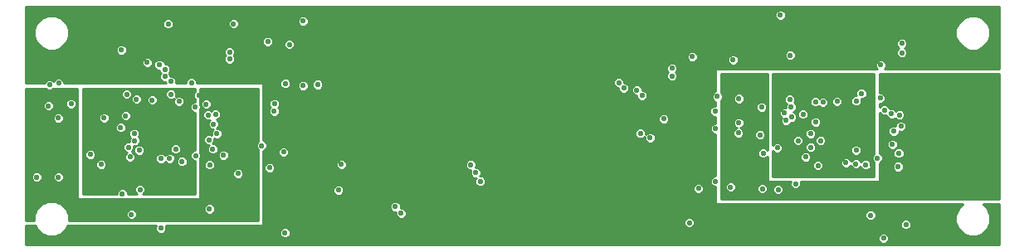
<source format=gbr>
G04 #@! TF.GenerationSoftware,KiCad,Pcbnew,5.0.2+dfsg1-1~bpo9+1*
G04 #@! TF.CreationDate,2019-10-09T09:51:35+02:00*
G04 #@! TF.ProjectId,OV9281-Dual-Camera-Board-Rev.1.1,4f563932-3831-42d4-9475-616c2d43616d,rev?*
G04 #@! TF.SameCoordinates,Original*
G04 #@! TF.FileFunction,Copper,L2,Inr*
G04 #@! TF.FilePolarity,Positive*
%FSLAX46Y46*%
G04 Gerber Fmt 4.6, Leading zero omitted, Abs format (unit mm)*
G04 Created by KiCad (PCBNEW 5.0.2+dfsg1-1~bpo9+1) date Wed 09 Oct 2019 09:51:35 AM CEST*
%MOMM*%
%LPD*%
G01*
G04 APERTURE LIST*
G04 #@! TA.AperFunction,ViaPad*
%ADD10C,0.550000*%
G04 #@! TD*
G04 #@! TA.AperFunction,Conductor*
%ADD11C,0.254000*%
G04 #@! TD*
G04 APERTURE END LIST*
D10*
G04 #@! TO.N,GND*
X184028000Y-123590000D03*
X108802500Y-106680000D03*
X111252500Y-102386000D03*
X120402500Y-104536000D03*
X112002500Y-119010990D03*
X128102500Y-114036000D03*
X158252500Y-121136000D03*
X156752500Y-121136000D03*
X155252500Y-121136000D03*
X153752500Y-121086000D03*
X149252500Y-120986000D03*
X147752500Y-120986000D03*
X179128000Y-121240000D03*
X169552500Y-109986000D03*
X180202500Y-105136000D03*
X178352504Y-121686000D03*
X187852500Y-121586000D03*
X185752500Y-104986006D03*
X119302500Y-123136000D03*
X112452502Y-107986000D03*
X108250000Y-123750000D03*
X111150000Y-121550000D03*
X111150000Y-123850000D03*
G04 #@! TO.N,+3V3*
X119102500Y-120986000D03*
X126802500Y-123436000D03*
X138052500Y-120736000D03*
X138652500Y-121436000D03*
X190152500Y-122586000D03*
X168052500Y-122385998D03*
X186552500Y-121636000D03*
X128652500Y-108386000D03*
X114152500Y-122936000D03*
X121552500Y-102086000D03*
X128652500Y-101786000D03*
X114900000Y-102100000D03*
X187880000Y-123990000D03*
G04 #@! TO.N,+2V8*
X126652500Y-115186000D03*
X173102511Y-112185989D03*
G04 #@! TO.N,+1V8*
X112752500Y-106034577D03*
X110102500Y-104736000D03*
X189752500Y-105036000D03*
X168352500Y-105436000D03*
X187602494Y-106286000D03*
X126852500Y-108186000D03*
X117252500Y-108086000D03*
X130152500Y-108286000D03*
X189752492Y-104086000D03*
X102786456Y-108319956D03*
X172525000Y-105750000D03*
G04 #@! TO.N,+1V2*
X175502500Y-118936000D03*
X170752498Y-118186000D03*
X103684998Y-117750000D03*
X101470000Y-117750000D03*
X172280000Y-118760000D03*
X177120000Y-119000000D03*
G04 #@! TO.N,/CAM_L_D1_P*
X166300000Y-106610000D03*
G04 #@! TO.N,/CAM_L_D1_N*
X166300000Y-107400000D03*
G04 #@! TO.N,/CAM_R_D1_N*
X121160000Y-104950000D03*
G04 #@! TO.N,/CAM_R_D1_P*
X121170000Y-105670000D03*
G04 #@! TO.N,/CAM_L_CLK_P*
X161380000Y-108630000D03*
G04 #@! TO.N,/CAM_L_CLK_N*
X160860000Y-108090000D03*
G04 #@! TO.N,/CAM_R_CLK_N*
X114580000Y-107470000D03*
G04 #@! TO.N,/CAM_R_CLK_P*
X115160000Y-107960000D03*
G04 #@! TO.N,/CAM_L_D0_N*
X162710000Y-108860000D03*
G04 #@! TO.N,/CAM_L_D0_P*
X163230000Y-109400000D03*
G04 #@! TO.N,/CAM_R_D0_N*
X113990000Y-106270000D03*
G04 #@! TO.N,/CAM_R_D0_P*
X114570000Y-106760000D03*
G04 #@! TO.N,/CAM_RST*
X146252500Y-117286000D03*
X165460000Y-111780000D03*
G04 #@! TO.N,/M1_DOVDD*
X183140000Y-110020000D03*
X185619792Y-109207262D03*
X179652500Y-111324036D03*
X187268724Y-115785996D03*
X179937771Y-115671263D03*
X175452500Y-110586000D03*
X178300000Y-109800000D03*
X178462497Y-110572533D03*
X177775528Y-111199472D03*
G04 #@! TO.N,/M1_AGND*
X187752500Y-111586000D03*
X188190000Y-113320000D03*
X191727500Y-109986000D03*
X191727500Y-111786000D03*
X191727500Y-113586000D03*
X191727500Y-115286000D03*
X191727500Y-117086000D03*
X182152500Y-119186000D03*
X188652500Y-109186000D03*
X186187490Y-119180009D03*
X175525000Y-114175000D03*
X177925000Y-111950000D03*
X175425000Y-109875000D03*
G04 #@! TO.N,/M1_DVDD*
X181460000Y-114020000D03*
X188921426Y-113033159D03*
X185102283Y-109972274D03*
X187544926Y-109679941D03*
X185052500Y-116386002D03*
X181177496Y-116561004D03*
X181700000Y-110100000D03*
X178900000Y-118430000D03*
X189430000Y-115300000D03*
G04 #@! TO.N,/M1_AVDD*
X187952500Y-110886000D03*
X179150000Y-114025000D03*
X189352512Y-116668488D03*
X180452500Y-113286000D03*
X177050000Y-114750021D03*
G04 #@! TO.N,/M1_DGND*
X186752500Y-116486000D03*
X182071338Y-116583081D03*
X183552500Y-114885998D03*
X181252500Y-115185994D03*
X181152504Y-110986000D03*
X182752500Y-116586000D03*
X182447084Y-109938373D03*
X177890000Y-116486000D03*
X177030000Y-109840000D03*
G04 #@! TO.N,/M1_VN3*
X188702520Y-111286000D03*
G04 #@! TO.N,/M1_VH*
X189502500Y-111386000D03*
G04 #@! TO.N,/M1_CAM_SCL_1V8*
X180452500Y-114686000D03*
X175600000Y-115300000D03*
X125700000Y-111000000D03*
G04 #@! TO.N,/M1_VN2*
X189652500Y-112536004D03*
G04 #@! TO.N,/M1_SID*
X180948720Y-112112280D03*
X178500000Y-111600000D03*
X173124998Y-109725000D03*
G04 #@! TO.N,/M1_MCLK*
X180927508Y-110061008D03*
G04 #@! TO.N,/M1_PVDD*
X186052500Y-116486000D03*
G04 #@! TO.N,/M1_VN1*
X188780210Y-114396532D03*
G04 #@! TO.N,/M1_VSYNC_1V8*
X170752500Y-112786000D03*
X173080000Y-113220000D03*
G04 #@! TO.N,/CAM_NRST_1V8*
X125052500Y-103886000D03*
X185077495Y-114986000D03*
G04 #@! TO.N,/M1_CAM_SDA_1V8*
X184052500Y-116285998D03*
X169000000Y-118900004D03*
X125750000Y-110250000D03*
X132575000Y-116450000D03*
X132275000Y-119075000D03*
G04 #@! TO.N,/M2_DOVDD*
X113262500Y-109866000D03*
X115992500Y-109996000D03*
X110052500Y-112686000D03*
X108352500Y-111686000D03*
X110852500Y-114686000D03*
X117703594Y-115540094D03*
X110652500Y-109286000D03*
X102675000Y-110450000D03*
X103675000Y-111700000D03*
X105000000Y-110250000D03*
G04 #@! TO.N,/M2_AGND*
X122652500Y-118386000D03*
X118482500Y-113276000D03*
X123052500Y-109885992D03*
X118052500Y-109386000D03*
X119352500Y-109586000D03*
X120350000Y-109360000D03*
X103025000Y-113050000D03*
X121800000Y-111800000D03*
X121750000Y-113325000D03*
X121700000Y-114950000D03*
X102275000Y-113850000D03*
G04 #@! TO.N,/M2_DVDD*
X111462500Y-114020000D03*
X119872500Y-113286000D03*
X111652500Y-109786000D03*
X118752500Y-110286000D03*
X115170706Y-109267794D03*
X111952500Y-114986000D03*
X115046165Y-115835990D03*
X110210000Y-119440000D03*
X120520000Y-115490000D03*
G04 #@! TO.N,/M2_AVDD*
X111442500Y-113290000D03*
X119126000Y-116486002D03*
X117652500Y-110586008D03*
X106950000Y-115425000D03*
X108050000Y-116450000D03*
G04 #@! TO.N,/M2_DGND*
X112471751Y-109936215D03*
X114952500Y-118986000D03*
X113552500Y-118986000D03*
X106952496Y-117886000D03*
X108352500Y-118086000D03*
X117052500Y-118486000D03*
X117062500Y-115986000D03*
X111456145Y-110782590D03*
X106750000Y-108900000D03*
X113152500Y-114986000D03*
X109175010Y-109591632D03*
X108075000Y-110000000D03*
G04 #@! TO.N,/M2_VN3*
X118952500Y-111386000D03*
G04 #@! TO.N,/M2_VH*
X119713500Y-111325000D03*
G04 #@! TO.N,/M2_CAM_SCL_1V8*
X111002500Y-115686000D03*
G04 #@! TO.N,/M2_VN2*
X119500000Y-112325000D03*
G04 #@! TO.N,/M2_SID*
X103725000Y-108150000D03*
G04 #@! TO.N,/M2_MCLK_M*
X110562500Y-111476000D03*
X177352500Y-101186000D03*
X178352500Y-105286000D03*
G04 #@! TO.N,/M2_PVDD*
X116281200Y-116155991D03*
G04 #@! TO.N,/M2_VN1*
X119042500Y-113926000D03*
G04 #@! TO.N,/M2_VSYNC_1V8*
X127252500Y-104186000D03*
X124430000Y-114510000D03*
G04 #@! TO.N,/M2_CAM_SDA_1V8*
X114152498Y-115835990D03*
G04 #@! TO.N,/M2_VSYNC*
X145752500Y-116486000D03*
X163070000Y-113279998D03*
G04 #@! TO.N,/M1_VSYNC*
X164065647Y-113709265D03*
X146749671Y-118180010D03*
G04 #@! TO.N,/CAM_RST_1V8*
X170710000Y-111000000D03*
X170900000Y-109500000D03*
G04 #@! TO.N,/M1_VSYNC_1V8_M*
X175280000Y-113420000D03*
X125240000Y-116790000D03*
G04 #@! TO.N,/M2_VSYNC_1V8_M*
X115652500Y-114886000D03*
X119452500Y-114886000D03*
X122020000Y-117380000D03*
G04 #@! TD*
D11*
G04 #@! TO.N,/M2_DGND*
G36*
X117625500Y-109032354D02*
X117584537Y-109073317D01*
X117500500Y-109276200D01*
X117500500Y-109495800D01*
X117584537Y-109698683D01*
X117625500Y-109739646D01*
X117625500Y-110034008D01*
X117542700Y-110034008D01*
X117339817Y-110118045D01*
X117184537Y-110273325D01*
X117100500Y-110476208D01*
X117100500Y-110695808D01*
X117184537Y-110898691D01*
X117339817Y-111053971D01*
X117542700Y-111138008D01*
X117625500Y-111138008D01*
X117625500Y-114988094D01*
X117593794Y-114988094D01*
X117390911Y-115072131D01*
X117235631Y-115227411D01*
X117151594Y-115430294D01*
X117151594Y-115649894D01*
X117235631Y-115852777D01*
X117390911Y-116008057D01*
X117593794Y-116092094D01*
X117625500Y-116092094D01*
X117625500Y-119459000D01*
X112335136Y-119459000D01*
X112470463Y-119323673D01*
X112554500Y-119120790D01*
X112554500Y-118901190D01*
X112470463Y-118698307D01*
X112315183Y-118543027D01*
X112112300Y-118458990D01*
X111892700Y-118458990D01*
X111689817Y-118543027D01*
X111534537Y-118698307D01*
X111450500Y-118901190D01*
X111450500Y-119120790D01*
X111534537Y-119323673D01*
X111669864Y-119459000D01*
X110762000Y-119459000D01*
X110762000Y-119330200D01*
X110677963Y-119127317D01*
X110522683Y-118972037D01*
X110319800Y-118888000D01*
X110100200Y-118888000D01*
X109897317Y-118972037D01*
X109742037Y-119127317D01*
X109658000Y-119330200D01*
X109658000Y-119459000D01*
X106179500Y-119459000D01*
X106179500Y-116340200D01*
X107498000Y-116340200D01*
X107498000Y-116559800D01*
X107582037Y-116762683D01*
X107737317Y-116917963D01*
X107940200Y-117002000D01*
X108159800Y-117002000D01*
X108362683Y-116917963D01*
X108517963Y-116762683D01*
X108602000Y-116559800D01*
X108602000Y-116340200D01*
X108517963Y-116137317D01*
X108362683Y-115982037D01*
X108159800Y-115898000D01*
X107940200Y-115898000D01*
X107737317Y-115982037D01*
X107582037Y-116137317D01*
X107498000Y-116340200D01*
X106179500Y-116340200D01*
X106179500Y-115315200D01*
X106398000Y-115315200D01*
X106398000Y-115534800D01*
X106482037Y-115737683D01*
X106637317Y-115892963D01*
X106840200Y-115977000D01*
X107059800Y-115977000D01*
X107262683Y-115892963D01*
X107417963Y-115737683D01*
X107502000Y-115534800D01*
X107502000Y-115315200D01*
X107417963Y-115112317D01*
X107262683Y-114957037D01*
X107059800Y-114873000D01*
X106840200Y-114873000D01*
X106637317Y-114957037D01*
X106482037Y-115112317D01*
X106398000Y-115315200D01*
X106179500Y-115315200D01*
X106179500Y-114576200D01*
X110300500Y-114576200D01*
X110300500Y-114795800D01*
X110384537Y-114998683D01*
X110539817Y-115153963D01*
X110692161Y-115217066D01*
X110689817Y-115218037D01*
X110534537Y-115373317D01*
X110450500Y-115576200D01*
X110450500Y-115795800D01*
X110534537Y-115998683D01*
X110689817Y-116153963D01*
X110892700Y-116238000D01*
X111112300Y-116238000D01*
X111315183Y-116153963D01*
X111470463Y-115998683D01*
X111554500Y-115795800D01*
X111554500Y-115726190D01*
X113600498Y-115726190D01*
X113600498Y-115945790D01*
X113684535Y-116148673D01*
X113839815Y-116303953D01*
X114042698Y-116387990D01*
X114262298Y-116387990D01*
X114465181Y-116303953D01*
X114599332Y-116169803D01*
X114733482Y-116303953D01*
X114936365Y-116387990D01*
X115155965Y-116387990D01*
X115358848Y-116303953D01*
X115514128Y-116148673D01*
X115556577Y-116046191D01*
X115729200Y-116046191D01*
X115729200Y-116265791D01*
X115813237Y-116468674D01*
X115968517Y-116623954D01*
X116171400Y-116707991D01*
X116391000Y-116707991D01*
X116593883Y-116623954D01*
X116749163Y-116468674D01*
X116833200Y-116265791D01*
X116833200Y-116046191D01*
X116749163Y-115843308D01*
X116593883Y-115688028D01*
X116391000Y-115603991D01*
X116171400Y-115603991D01*
X115968517Y-115688028D01*
X115813237Y-115843308D01*
X115729200Y-116046191D01*
X115556577Y-116046191D01*
X115598165Y-115945790D01*
X115598165Y-115726190D01*
X115514128Y-115523307D01*
X115358848Y-115368027D01*
X115155965Y-115283990D01*
X114936365Y-115283990D01*
X114733482Y-115368027D01*
X114599332Y-115502178D01*
X114465181Y-115368027D01*
X114262298Y-115283990D01*
X114042698Y-115283990D01*
X113839815Y-115368027D01*
X113684535Y-115523307D01*
X113600498Y-115726190D01*
X111554500Y-115726190D01*
X111554500Y-115576200D01*
X111470463Y-115373317D01*
X111315183Y-115218037D01*
X111162839Y-115154934D01*
X111165183Y-115153963D01*
X111320463Y-114998683D01*
X111404500Y-114795800D01*
X111404500Y-114576200D01*
X111402760Y-114572000D01*
X111572300Y-114572000D01*
X111595438Y-114562416D01*
X111484537Y-114673317D01*
X111400500Y-114876200D01*
X111400500Y-115095800D01*
X111484537Y-115298683D01*
X111639817Y-115453963D01*
X111842700Y-115538000D01*
X112062300Y-115538000D01*
X112265183Y-115453963D01*
X112420463Y-115298683D01*
X112504500Y-115095800D01*
X112504500Y-114876200D01*
X112463079Y-114776200D01*
X115100500Y-114776200D01*
X115100500Y-114995800D01*
X115184537Y-115198683D01*
X115339817Y-115353963D01*
X115542700Y-115438000D01*
X115762300Y-115438000D01*
X115965183Y-115353963D01*
X116120463Y-115198683D01*
X116204500Y-114995800D01*
X116204500Y-114776200D01*
X116120463Y-114573317D01*
X115965183Y-114418037D01*
X115762300Y-114334000D01*
X115542700Y-114334000D01*
X115339817Y-114418037D01*
X115184537Y-114573317D01*
X115100500Y-114776200D01*
X112463079Y-114776200D01*
X112420463Y-114673317D01*
X112265183Y-114518037D01*
X112062300Y-114434000D01*
X111842700Y-114434000D01*
X111819562Y-114443584D01*
X111930463Y-114332683D01*
X112014500Y-114129800D01*
X112014500Y-113910200D01*
X111930463Y-113707317D01*
X111868146Y-113645000D01*
X111910463Y-113602683D01*
X111994500Y-113399800D01*
X111994500Y-113180200D01*
X111910463Y-112977317D01*
X111755183Y-112822037D01*
X111552300Y-112738000D01*
X111332700Y-112738000D01*
X111129817Y-112822037D01*
X110974537Y-112977317D01*
X110890500Y-113180200D01*
X110890500Y-113399800D01*
X110974537Y-113602683D01*
X111036854Y-113665000D01*
X110994537Y-113707317D01*
X110910500Y-113910200D01*
X110910500Y-114129800D01*
X110912240Y-114134000D01*
X110742700Y-114134000D01*
X110539817Y-114218037D01*
X110384537Y-114373317D01*
X110300500Y-114576200D01*
X106179500Y-114576200D01*
X106179500Y-112576200D01*
X109500500Y-112576200D01*
X109500500Y-112795800D01*
X109584537Y-112998683D01*
X109739817Y-113153963D01*
X109942700Y-113238000D01*
X110162300Y-113238000D01*
X110365183Y-113153963D01*
X110520463Y-112998683D01*
X110604500Y-112795800D01*
X110604500Y-112576200D01*
X110520463Y-112373317D01*
X110365183Y-112218037D01*
X110162300Y-112134000D01*
X109942700Y-112134000D01*
X109739817Y-112218037D01*
X109584537Y-112373317D01*
X109500500Y-112576200D01*
X106179500Y-112576200D01*
X106179500Y-111576200D01*
X107800500Y-111576200D01*
X107800500Y-111795800D01*
X107884537Y-111998683D01*
X108039817Y-112153963D01*
X108242700Y-112238000D01*
X108462300Y-112238000D01*
X108665183Y-112153963D01*
X108820463Y-111998683D01*
X108904500Y-111795800D01*
X108904500Y-111576200D01*
X108820463Y-111373317D01*
X108813346Y-111366200D01*
X110010500Y-111366200D01*
X110010500Y-111585800D01*
X110094537Y-111788683D01*
X110249817Y-111943963D01*
X110452700Y-112028000D01*
X110672300Y-112028000D01*
X110875183Y-111943963D01*
X111030463Y-111788683D01*
X111114500Y-111585800D01*
X111114500Y-111366200D01*
X111030463Y-111163317D01*
X110875183Y-111008037D01*
X110672300Y-110924000D01*
X110452700Y-110924000D01*
X110249817Y-111008037D01*
X110094537Y-111163317D01*
X110010500Y-111366200D01*
X108813346Y-111366200D01*
X108665183Y-111218037D01*
X108462300Y-111134000D01*
X108242700Y-111134000D01*
X108039817Y-111218037D01*
X107884537Y-111373317D01*
X107800500Y-111576200D01*
X106179500Y-111576200D01*
X106179500Y-109176200D01*
X110100500Y-109176200D01*
X110100500Y-109395800D01*
X110184537Y-109598683D01*
X110339817Y-109753963D01*
X110542700Y-109838000D01*
X110762300Y-109838000D01*
X110965183Y-109753963D01*
X111042946Y-109676200D01*
X111100500Y-109676200D01*
X111100500Y-109895800D01*
X111184537Y-110098683D01*
X111339817Y-110253963D01*
X111542700Y-110338000D01*
X111762300Y-110338000D01*
X111965183Y-110253963D01*
X112120463Y-110098683D01*
X112204500Y-109895800D01*
X112204500Y-109756200D01*
X112710500Y-109756200D01*
X112710500Y-109975800D01*
X112794537Y-110178683D01*
X112949817Y-110333963D01*
X113152700Y-110418000D01*
X113372300Y-110418000D01*
X113575183Y-110333963D01*
X113730463Y-110178683D01*
X113814500Y-109975800D01*
X113814500Y-109756200D01*
X113730463Y-109553317D01*
X113575183Y-109398037D01*
X113372300Y-109314000D01*
X113152700Y-109314000D01*
X112949817Y-109398037D01*
X112794537Y-109553317D01*
X112710500Y-109756200D01*
X112204500Y-109756200D01*
X112204500Y-109676200D01*
X112120463Y-109473317D01*
X111965183Y-109318037D01*
X111762300Y-109234000D01*
X111542700Y-109234000D01*
X111339817Y-109318037D01*
X111184537Y-109473317D01*
X111100500Y-109676200D01*
X111042946Y-109676200D01*
X111120463Y-109598683D01*
X111204500Y-109395800D01*
X111204500Y-109176200D01*
X111196959Y-109157994D01*
X114618706Y-109157994D01*
X114618706Y-109377594D01*
X114702743Y-109580477D01*
X114858023Y-109735757D01*
X115060906Y-109819794D01*
X115280506Y-109819794D01*
X115483389Y-109735757D01*
X115516552Y-109702594D01*
X115440500Y-109886200D01*
X115440500Y-110105800D01*
X115524537Y-110308683D01*
X115679817Y-110463963D01*
X115882700Y-110548000D01*
X116102300Y-110548000D01*
X116305183Y-110463963D01*
X116460463Y-110308683D01*
X116544500Y-110105800D01*
X116544500Y-109886200D01*
X116460463Y-109683317D01*
X116305183Y-109528037D01*
X116102300Y-109444000D01*
X115882700Y-109444000D01*
X115679817Y-109528037D01*
X115646654Y-109561200D01*
X115722706Y-109377594D01*
X115722706Y-109157994D01*
X115638669Y-108955111D01*
X115483389Y-108799831D01*
X115280506Y-108715794D01*
X115060906Y-108715794D01*
X114858023Y-108799831D01*
X114702743Y-108955111D01*
X114618706Y-109157994D01*
X111196959Y-109157994D01*
X111120463Y-108973317D01*
X110965183Y-108818037D01*
X110762300Y-108734000D01*
X110542700Y-108734000D01*
X110339817Y-108818037D01*
X110184537Y-108973317D01*
X110100500Y-109176200D01*
X106179500Y-109176200D01*
X106179500Y-108713000D01*
X117625500Y-108713000D01*
X117625500Y-109032354D01*
X117625500Y-109032354D01*
G37*
X117625500Y-109032354D02*
X117584537Y-109073317D01*
X117500500Y-109276200D01*
X117500500Y-109495800D01*
X117584537Y-109698683D01*
X117625500Y-109739646D01*
X117625500Y-110034008D01*
X117542700Y-110034008D01*
X117339817Y-110118045D01*
X117184537Y-110273325D01*
X117100500Y-110476208D01*
X117100500Y-110695808D01*
X117184537Y-110898691D01*
X117339817Y-111053971D01*
X117542700Y-111138008D01*
X117625500Y-111138008D01*
X117625500Y-114988094D01*
X117593794Y-114988094D01*
X117390911Y-115072131D01*
X117235631Y-115227411D01*
X117151594Y-115430294D01*
X117151594Y-115649894D01*
X117235631Y-115852777D01*
X117390911Y-116008057D01*
X117593794Y-116092094D01*
X117625500Y-116092094D01*
X117625500Y-119459000D01*
X112335136Y-119459000D01*
X112470463Y-119323673D01*
X112554500Y-119120790D01*
X112554500Y-118901190D01*
X112470463Y-118698307D01*
X112315183Y-118543027D01*
X112112300Y-118458990D01*
X111892700Y-118458990D01*
X111689817Y-118543027D01*
X111534537Y-118698307D01*
X111450500Y-118901190D01*
X111450500Y-119120790D01*
X111534537Y-119323673D01*
X111669864Y-119459000D01*
X110762000Y-119459000D01*
X110762000Y-119330200D01*
X110677963Y-119127317D01*
X110522683Y-118972037D01*
X110319800Y-118888000D01*
X110100200Y-118888000D01*
X109897317Y-118972037D01*
X109742037Y-119127317D01*
X109658000Y-119330200D01*
X109658000Y-119459000D01*
X106179500Y-119459000D01*
X106179500Y-116340200D01*
X107498000Y-116340200D01*
X107498000Y-116559800D01*
X107582037Y-116762683D01*
X107737317Y-116917963D01*
X107940200Y-117002000D01*
X108159800Y-117002000D01*
X108362683Y-116917963D01*
X108517963Y-116762683D01*
X108602000Y-116559800D01*
X108602000Y-116340200D01*
X108517963Y-116137317D01*
X108362683Y-115982037D01*
X108159800Y-115898000D01*
X107940200Y-115898000D01*
X107737317Y-115982037D01*
X107582037Y-116137317D01*
X107498000Y-116340200D01*
X106179500Y-116340200D01*
X106179500Y-115315200D01*
X106398000Y-115315200D01*
X106398000Y-115534800D01*
X106482037Y-115737683D01*
X106637317Y-115892963D01*
X106840200Y-115977000D01*
X107059800Y-115977000D01*
X107262683Y-115892963D01*
X107417963Y-115737683D01*
X107502000Y-115534800D01*
X107502000Y-115315200D01*
X107417963Y-115112317D01*
X107262683Y-114957037D01*
X107059800Y-114873000D01*
X106840200Y-114873000D01*
X106637317Y-114957037D01*
X106482037Y-115112317D01*
X106398000Y-115315200D01*
X106179500Y-115315200D01*
X106179500Y-114576200D01*
X110300500Y-114576200D01*
X110300500Y-114795800D01*
X110384537Y-114998683D01*
X110539817Y-115153963D01*
X110692161Y-115217066D01*
X110689817Y-115218037D01*
X110534537Y-115373317D01*
X110450500Y-115576200D01*
X110450500Y-115795800D01*
X110534537Y-115998683D01*
X110689817Y-116153963D01*
X110892700Y-116238000D01*
X111112300Y-116238000D01*
X111315183Y-116153963D01*
X111470463Y-115998683D01*
X111554500Y-115795800D01*
X111554500Y-115726190D01*
X113600498Y-115726190D01*
X113600498Y-115945790D01*
X113684535Y-116148673D01*
X113839815Y-116303953D01*
X114042698Y-116387990D01*
X114262298Y-116387990D01*
X114465181Y-116303953D01*
X114599332Y-116169803D01*
X114733482Y-116303953D01*
X114936365Y-116387990D01*
X115155965Y-116387990D01*
X115358848Y-116303953D01*
X115514128Y-116148673D01*
X115556577Y-116046191D01*
X115729200Y-116046191D01*
X115729200Y-116265791D01*
X115813237Y-116468674D01*
X115968517Y-116623954D01*
X116171400Y-116707991D01*
X116391000Y-116707991D01*
X116593883Y-116623954D01*
X116749163Y-116468674D01*
X116833200Y-116265791D01*
X116833200Y-116046191D01*
X116749163Y-115843308D01*
X116593883Y-115688028D01*
X116391000Y-115603991D01*
X116171400Y-115603991D01*
X115968517Y-115688028D01*
X115813237Y-115843308D01*
X115729200Y-116046191D01*
X115556577Y-116046191D01*
X115598165Y-115945790D01*
X115598165Y-115726190D01*
X115514128Y-115523307D01*
X115358848Y-115368027D01*
X115155965Y-115283990D01*
X114936365Y-115283990D01*
X114733482Y-115368027D01*
X114599332Y-115502178D01*
X114465181Y-115368027D01*
X114262298Y-115283990D01*
X114042698Y-115283990D01*
X113839815Y-115368027D01*
X113684535Y-115523307D01*
X113600498Y-115726190D01*
X111554500Y-115726190D01*
X111554500Y-115576200D01*
X111470463Y-115373317D01*
X111315183Y-115218037D01*
X111162839Y-115154934D01*
X111165183Y-115153963D01*
X111320463Y-114998683D01*
X111404500Y-114795800D01*
X111404500Y-114576200D01*
X111402760Y-114572000D01*
X111572300Y-114572000D01*
X111595438Y-114562416D01*
X111484537Y-114673317D01*
X111400500Y-114876200D01*
X111400500Y-115095800D01*
X111484537Y-115298683D01*
X111639817Y-115453963D01*
X111842700Y-115538000D01*
X112062300Y-115538000D01*
X112265183Y-115453963D01*
X112420463Y-115298683D01*
X112504500Y-115095800D01*
X112504500Y-114876200D01*
X112463079Y-114776200D01*
X115100500Y-114776200D01*
X115100500Y-114995800D01*
X115184537Y-115198683D01*
X115339817Y-115353963D01*
X115542700Y-115438000D01*
X115762300Y-115438000D01*
X115965183Y-115353963D01*
X116120463Y-115198683D01*
X116204500Y-114995800D01*
X116204500Y-114776200D01*
X116120463Y-114573317D01*
X115965183Y-114418037D01*
X115762300Y-114334000D01*
X115542700Y-114334000D01*
X115339817Y-114418037D01*
X115184537Y-114573317D01*
X115100500Y-114776200D01*
X112463079Y-114776200D01*
X112420463Y-114673317D01*
X112265183Y-114518037D01*
X112062300Y-114434000D01*
X111842700Y-114434000D01*
X111819562Y-114443584D01*
X111930463Y-114332683D01*
X112014500Y-114129800D01*
X112014500Y-113910200D01*
X111930463Y-113707317D01*
X111868146Y-113645000D01*
X111910463Y-113602683D01*
X111994500Y-113399800D01*
X111994500Y-113180200D01*
X111910463Y-112977317D01*
X111755183Y-112822037D01*
X111552300Y-112738000D01*
X111332700Y-112738000D01*
X111129817Y-112822037D01*
X110974537Y-112977317D01*
X110890500Y-113180200D01*
X110890500Y-113399800D01*
X110974537Y-113602683D01*
X111036854Y-113665000D01*
X110994537Y-113707317D01*
X110910500Y-113910200D01*
X110910500Y-114129800D01*
X110912240Y-114134000D01*
X110742700Y-114134000D01*
X110539817Y-114218037D01*
X110384537Y-114373317D01*
X110300500Y-114576200D01*
X106179500Y-114576200D01*
X106179500Y-112576200D01*
X109500500Y-112576200D01*
X109500500Y-112795800D01*
X109584537Y-112998683D01*
X109739817Y-113153963D01*
X109942700Y-113238000D01*
X110162300Y-113238000D01*
X110365183Y-113153963D01*
X110520463Y-112998683D01*
X110604500Y-112795800D01*
X110604500Y-112576200D01*
X110520463Y-112373317D01*
X110365183Y-112218037D01*
X110162300Y-112134000D01*
X109942700Y-112134000D01*
X109739817Y-112218037D01*
X109584537Y-112373317D01*
X109500500Y-112576200D01*
X106179500Y-112576200D01*
X106179500Y-111576200D01*
X107800500Y-111576200D01*
X107800500Y-111795800D01*
X107884537Y-111998683D01*
X108039817Y-112153963D01*
X108242700Y-112238000D01*
X108462300Y-112238000D01*
X108665183Y-112153963D01*
X108820463Y-111998683D01*
X108904500Y-111795800D01*
X108904500Y-111576200D01*
X108820463Y-111373317D01*
X108813346Y-111366200D01*
X110010500Y-111366200D01*
X110010500Y-111585800D01*
X110094537Y-111788683D01*
X110249817Y-111943963D01*
X110452700Y-112028000D01*
X110672300Y-112028000D01*
X110875183Y-111943963D01*
X111030463Y-111788683D01*
X111114500Y-111585800D01*
X111114500Y-111366200D01*
X111030463Y-111163317D01*
X110875183Y-111008037D01*
X110672300Y-110924000D01*
X110452700Y-110924000D01*
X110249817Y-111008037D01*
X110094537Y-111163317D01*
X110010500Y-111366200D01*
X108813346Y-111366200D01*
X108665183Y-111218037D01*
X108462300Y-111134000D01*
X108242700Y-111134000D01*
X108039817Y-111218037D01*
X107884537Y-111373317D01*
X107800500Y-111576200D01*
X106179500Y-111576200D01*
X106179500Y-109176200D01*
X110100500Y-109176200D01*
X110100500Y-109395800D01*
X110184537Y-109598683D01*
X110339817Y-109753963D01*
X110542700Y-109838000D01*
X110762300Y-109838000D01*
X110965183Y-109753963D01*
X111042946Y-109676200D01*
X111100500Y-109676200D01*
X111100500Y-109895800D01*
X111184537Y-110098683D01*
X111339817Y-110253963D01*
X111542700Y-110338000D01*
X111762300Y-110338000D01*
X111965183Y-110253963D01*
X112120463Y-110098683D01*
X112204500Y-109895800D01*
X112204500Y-109756200D01*
X112710500Y-109756200D01*
X112710500Y-109975800D01*
X112794537Y-110178683D01*
X112949817Y-110333963D01*
X113152700Y-110418000D01*
X113372300Y-110418000D01*
X113575183Y-110333963D01*
X113730463Y-110178683D01*
X113814500Y-109975800D01*
X113814500Y-109756200D01*
X113730463Y-109553317D01*
X113575183Y-109398037D01*
X113372300Y-109314000D01*
X113152700Y-109314000D01*
X112949817Y-109398037D01*
X112794537Y-109553317D01*
X112710500Y-109756200D01*
X112204500Y-109756200D01*
X112204500Y-109676200D01*
X112120463Y-109473317D01*
X111965183Y-109318037D01*
X111762300Y-109234000D01*
X111542700Y-109234000D01*
X111339817Y-109318037D01*
X111184537Y-109473317D01*
X111100500Y-109676200D01*
X111042946Y-109676200D01*
X111120463Y-109598683D01*
X111204500Y-109395800D01*
X111204500Y-109176200D01*
X111196959Y-109157994D01*
X114618706Y-109157994D01*
X114618706Y-109377594D01*
X114702743Y-109580477D01*
X114858023Y-109735757D01*
X115060906Y-109819794D01*
X115280506Y-109819794D01*
X115483389Y-109735757D01*
X115516552Y-109702594D01*
X115440500Y-109886200D01*
X115440500Y-110105800D01*
X115524537Y-110308683D01*
X115679817Y-110463963D01*
X115882700Y-110548000D01*
X116102300Y-110548000D01*
X116305183Y-110463963D01*
X116460463Y-110308683D01*
X116544500Y-110105800D01*
X116544500Y-109886200D01*
X116460463Y-109683317D01*
X116305183Y-109528037D01*
X116102300Y-109444000D01*
X115882700Y-109444000D01*
X115679817Y-109528037D01*
X115646654Y-109561200D01*
X115722706Y-109377594D01*
X115722706Y-109157994D01*
X115638669Y-108955111D01*
X115483389Y-108799831D01*
X115280506Y-108715794D01*
X115060906Y-108715794D01*
X114858023Y-108799831D01*
X114702743Y-108955111D01*
X114618706Y-109157994D01*
X111196959Y-109157994D01*
X111120463Y-108973317D01*
X110965183Y-108818037D01*
X110762300Y-108734000D01*
X110542700Y-108734000D01*
X110339817Y-108818037D01*
X110184537Y-108973317D01*
X110100500Y-109176200D01*
X106179500Y-109176200D01*
X106179500Y-108713000D01*
X117625500Y-108713000D01*
X117625500Y-109032354D01*
G04 #@! TO.N,/M2_AGND*
G36*
X102473773Y-108787919D02*
X102676656Y-108871956D01*
X102896256Y-108871956D01*
X103099139Y-108787919D01*
X103174058Y-108713000D01*
X105625500Y-108713000D01*
X105625500Y-119886000D01*
X105635167Y-119934601D01*
X105662697Y-119975803D01*
X105703899Y-120003333D01*
X105752500Y-120013000D01*
X118052500Y-120013000D01*
X118101101Y-120003333D01*
X118142303Y-119975803D01*
X118169833Y-119934601D01*
X118179500Y-119886000D01*
X118179500Y-117270200D01*
X121468000Y-117270200D01*
X121468000Y-117489800D01*
X121552037Y-117692683D01*
X121707317Y-117847963D01*
X121910200Y-117932000D01*
X122129800Y-117932000D01*
X122332683Y-117847963D01*
X122487963Y-117692683D01*
X122572000Y-117489800D01*
X122572000Y-117270200D01*
X122487963Y-117067317D01*
X122332683Y-116912037D01*
X122129800Y-116828000D01*
X121910200Y-116828000D01*
X121707317Y-116912037D01*
X121552037Y-117067317D01*
X121468000Y-117270200D01*
X118179500Y-117270200D01*
X118179500Y-116376202D01*
X118574000Y-116376202D01*
X118574000Y-116595802D01*
X118658037Y-116798685D01*
X118813317Y-116953965D01*
X119016200Y-117038002D01*
X119235800Y-117038002D01*
X119438683Y-116953965D01*
X119593963Y-116798685D01*
X119678000Y-116595802D01*
X119678000Y-116376202D01*
X119593963Y-116173319D01*
X119438683Y-116018039D01*
X119235800Y-115934002D01*
X119016200Y-115934002D01*
X118813317Y-116018039D01*
X118658037Y-116173319D01*
X118574000Y-116376202D01*
X118179500Y-116376202D01*
X118179500Y-115833601D01*
X118255594Y-115649894D01*
X118255594Y-115430294D01*
X118179500Y-115246587D01*
X118179500Y-110756163D01*
X118204500Y-110695808D01*
X118204500Y-110476208D01*
X118179500Y-110415853D01*
X118179500Y-110176200D01*
X118200500Y-110176200D01*
X118200500Y-110395800D01*
X118284537Y-110598683D01*
X118439817Y-110753963D01*
X118642700Y-110838000D01*
X118833043Y-110838000D01*
X118639817Y-110918037D01*
X118484537Y-111073317D01*
X118400500Y-111276200D01*
X118400500Y-111495800D01*
X118484537Y-111698683D01*
X118639817Y-111853963D01*
X118842700Y-111938000D01*
X119062300Y-111938000D01*
X119137505Y-111906849D01*
X119032037Y-112012317D01*
X118948000Y-112215200D01*
X118948000Y-112434800D01*
X119032037Y-112637683D01*
X119187317Y-112792963D01*
X119390200Y-112877000D01*
X119500854Y-112877000D01*
X119404537Y-112973317D01*
X119320500Y-113176200D01*
X119320500Y-113395800D01*
X119344435Y-113453585D01*
X119152300Y-113374000D01*
X118932700Y-113374000D01*
X118729817Y-113458037D01*
X118574537Y-113613317D01*
X118490500Y-113816200D01*
X118490500Y-114035800D01*
X118574537Y-114238683D01*
X118729817Y-114393963D01*
X118932700Y-114478000D01*
X119079854Y-114478000D01*
X118984537Y-114573317D01*
X118900500Y-114776200D01*
X118900500Y-114995800D01*
X118984537Y-115198683D01*
X119139817Y-115353963D01*
X119342700Y-115438000D01*
X119562300Y-115438000D01*
X119701841Y-115380200D01*
X119968000Y-115380200D01*
X119968000Y-115599800D01*
X120052037Y-115802683D01*
X120207317Y-115957963D01*
X120410200Y-116042000D01*
X120629800Y-116042000D01*
X120832683Y-115957963D01*
X120987963Y-115802683D01*
X121072000Y-115599800D01*
X121072000Y-115380200D01*
X120987963Y-115177317D01*
X120832683Y-115022037D01*
X120629800Y-114938000D01*
X120410200Y-114938000D01*
X120207317Y-115022037D01*
X120052037Y-115177317D01*
X119968000Y-115380200D01*
X119701841Y-115380200D01*
X119765183Y-115353963D01*
X119920463Y-115198683D01*
X120004500Y-114995800D01*
X120004500Y-114776200D01*
X119920463Y-114573317D01*
X119765183Y-114418037D01*
X119562300Y-114334000D01*
X119415146Y-114334000D01*
X119510463Y-114238683D01*
X119594500Y-114035800D01*
X119594500Y-113816200D01*
X119570565Y-113758415D01*
X119762700Y-113838000D01*
X119982300Y-113838000D01*
X120185183Y-113753963D01*
X120340463Y-113598683D01*
X120424500Y-113395800D01*
X120424500Y-113176200D01*
X120340463Y-112973317D01*
X120185183Y-112818037D01*
X119982300Y-112734000D01*
X119871646Y-112734000D01*
X119967963Y-112637683D01*
X120052000Y-112434800D01*
X120052000Y-112215200D01*
X119967963Y-112012317D01*
X119829909Y-111874263D01*
X120026183Y-111792963D01*
X120181463Y-111637683D01*
X120265500Y-111434800D01*
X120265500Y-111215200D01*
X120181463Y-111012317D01*
X120026183Y-110857037D01*
X119823300Y-110773000D01*
X119603700Y-110773000D01*
X119400817Y-110857037D01*
X119302500Y-110955354D01*
X119265183Y-110918037D01*
X119062300Y-110834000D01*
X118871957Y-110834000D01*
X119065183Y-110753963D01*
X119220463Y-110598683D01*
X119304500Y-110395800D01*
X119304500Y-110176200D01*
X119220463Y-109973317D01*
X119065183Y-109818037D01*
X118862300Y-109734000D01*
X118642700Y-109734000D01*
X118439817Y-109818037D01*
X118284537Y-109973317D01*
X118200500Y-110176200D01*
X118179500Y-110176200D01*
X118179500Y-108713000D01*
X124025500Y-108713000D01*
X124025500Y-114133854D01*
X123962037Y-114197317D01*
X123878000Y-114400200D01*
X123878000Y-114619800D01*
X123962037Y-114822683D01*
X124025500Y-114886146D01*
X124025500Y-122159000D01*
X104777000Y-122159000D01*
X104777000Y-121646533D01*
X104691534Y-121440200D01*
X110598000Y-121440200D01*
X110598000Y-121659800D01*
X110682037Y-121862683D01*
X110837317Y-122017963D01*
X111040200Y-122102000D01*
X111259800Y-122102000D01*
X111462683Y-122017963D01*
X111617963Y-121862683D01*
X111702000Y-121659800D01*
X111702000Y-121440200D01*
X111617963Y-121237317D01*
X111462683Y-121082037D01*
X111259800Y-120998000D01*
X111040200Y-120998000D01*
X110837317Y-121082037D01*
X110682037Y-121237317D01*
X110598000Y-121440200D01*
X104691534Y-121440200D01*
X104506467Y-120993411D01*
X104389256Y-120876200D01*
X118550500Y-120876200D01*
X118550500Y-121095800D01*
X118634537Y-121298683D01*
X118789817Y-121453963D01*
X118992700Y-121538000D01*
X119212300Y-121538000D01*
X119415183Y-121453963D01*
X119570463Y-121298683D01*
X119654500Y-121095800D01*
X119654500Y-120876200D01*
X119570463Y-120673317D01*
X119415183Y-120518037D01*
X119212300Y-120434000D01*
X118992700Y-120434000D01*
X118789817Y-120518037D01*
X118634537Y-120673317D01*
X118550500Y-120876200D01*
X104389256Y-120876200D01*
X104006589Y-120493533D01*
X103353467Y-120223000D01*
X102646533Y-120223000D01*
X101993411Y-120493533D01*
X101493533Y-120993411D01*
X101223000Y-121646533D01*
X101223000Y-122159000D01*
X100352000Y-122159000D01*
X100352000Y-117640200D01*
X100918000Y-117640200D01*
X100918000Y-117859800D01*
X101002037Y-118062683D01*
X101157317Y-118217963D01*
X101360200Y-118302000D01*
X101579800Y-118302000D01*
X101782683Y-118217963D01*
X101937963Y-118062683D01*
X102022000Y-117859800D01*
X102022000Y-117640200D01*
X103132998Y-117640200D01*
X103132998Y-117859800D01*
X103217035Y-118062683D01*
X103372315Y-118217963D01*
X103575198Y-118302000D01*
X103794798Y-118302000D01*
X103997681Y-118217963D01*
X104152961Y-118062683D01*
X104236998Y-117859800D01*
X104236998Y-117640200D01*
X104152961Y-117437317D01*
X103997681Y-117282037D01*
X103794798Y-117198000D01*
X103575198Y-117198000D01*
X103372315Y-117282037D01*
X103217035Y-117437317D01*
X103132998Y-117640200D01*
X102022000Y-117640200D01*
X101937963Y-117437317D01*
X101782683Y-117282037D01*
X101579800Y-117198000D01*
X101360200Y-117198000D01*
X101157317Y-117282037D01*
X101002037Y-117437317D01*
X100918000Y-117640200D01*
X100352000Y-117640200D01*
X100352000Y-111590200D01*
X103123000Y-111590200D01*
X103123000Y-111809800D01*
X103207037Y-112012683D01*
X103362317Y-112167963D01*
X103565200Y-112252000D01*
X103784800Y-112252000D01*
X103987683Y-112167963D01*
X104142963Y-112012683D01*
X104227000Y-111809800D01*
X104227000Y-111590200D01*
X104142963Y-111387317D01*
X103987683Y-111232037D01*
X103784800Y-111148000D01*
X103565200Y-111148000D01*
X103362317Y-111232037D01*
X103207037Y-111387317D01*
X103123000Y-111590200D01*
X100352000Y-111590200D01*
X100352000Y-110340200D01*
X102123000Y-110340200D01*
X102123000Y-110559800D01*
X102207037Y-110762683D01*
X102362317Y-110917963D01*
X102565200Y-111002000D01*
X102784800Y-111002000D01*
X102987683Y-110917963D01*
X103142963Y-110762683D01*
X103227000Y-110559800D01*
X103227000Y-110340200D01*
X103144158Y-110140200D01*
X104448000Y-110140200D01*
X104448000Y-110359800D01*
X104532037Y-110562683D01*
X104687317Y-110717963D01*
X104890200Y-110802000D01*
X105109800Y-110802000D01*
X105312683Y-110717963D01*
X105467963Y-110562683D01*
X105552000Y-110359800D01*
X105552000Y-110140200D01*
X105467963Y-109937317D01*
X105312683Y-109782037D01*
X105109800Y-109698000D01*
X104890200Y-109698000D01*
X104687317Y-109782037D01*
X104532037Y-109937317D01*
X104448000Y-110140200D01*
X103144158Y-110140200D01*
X103142963Y-110137317D01*
X102987683Y-109982037D01*
X102784800Y-109898000D01*
X102565200Y-109898000D01*
X102362317Y-109982037D01*
X102207037Y-110137317D01*
X102123000Y-110340200D01*
X100352000Y-110340200D01*
X100352000Y-108713000D01*
X102398854Y-108713000D01*
X102473773Y-108787919D01*
X102473773Y-108787919D01*
G37*
X102473773Y-108787919D02*
X102676656Y-108871956D01*
X102896256Y-108871956D01*
X103099139Y-108787919D01*
X103174058Y-108713000D01*
X105625500Y-108713000D01*
X105625500Y-119886000D01*
X105635167Y-119934601D01*
X105662697Y-119975803D01*
X105703899Y-120003333D01*
X105752500Y-120013000D01*
X118052500Y-120013000D01*
X118101101Y-120003333D01*
X118142303Y-119975803D01*
X118169833Y-119934601D01*
X118179500Y-119886000D01*
X118179500Y-117270200D01*
X121468000Y-117270200D01*
X121468000Y-117489800D01*
X121552037Y-117692683D01*
X121707317Y-117847963D01*
X121910200Y-117932000D01*
X122129800Y-117932000D01*
X122332683Y-117847963D01*
X122487963Y-117692683D01*
X122572000Y-117489800D01*
X122572000Y-117270200D01*
X122487963Y-117067317D01*
X122332683Y-116912037D01*
X122129800Y-116828000D01*
X121910200Y-116828000D01*
X121707317Y-116912037D01*
X121552037Y-117067317D01*
X121468000Y-117270200D01*
X118179500Y-117270200D01*
X118179500Y-116376202D01*
X118574000Y-116376202D01*
X118574000Y-116595802D01*
X118658037Y-116798685D01*
X118813317Y-116953965D01*
X119016200Y-117038002D01*
X119235800Y-117038002D01*
X119438683Y-116953965D01*
X119593963Y-116798685D01*
X119678000Y-116595802D01*
X119678000Y-116376202D01*
X119593963Y-116173319D01*
X119438683Y-116018039D01*
X119235800Y-115934002D01*
X119016200Y-115934002D01*
X118813317Y-116018039D01*
X118658037Y-116173319D01*
X118574000Y-116376202D01*
X118179500Y-116376202D01*
X118179500Y-115833601D01*
X118255594Y-115649894D01*
X118255594Y-115430294D01*
X118179500Y-115246587D01*
X118179500Y-110756163D01*
X118204500Y-110695808D01*
X118204500Y-110476208D01*
X118179500Y-110415853D01*
X118179500Y-110176200D01*
X118200500Y-110176200D01*
X118200500Y-110395800D01*
X118284537Y-110598683D01*
X118439817Y-110753963D01*
X118642700Y-110838000D01*
X118833043Y-110838000D01*
X118639817Y-110918037D01*
X118484537Y-111073317D01*
X118400500Y-111276200D01*
X118400500Y-111495800D01*
X118484537Y-111698683D01*
X118639817Y-111853963D01*
X118842700Y-111938000D01*
X119062300Y-111938000D01*
X119137505Y-111906849D01*
X119032037Y-112012317D01*
X118948000Y-112215200D01*
X118948000Y-112434800D01*
X119032037Y-112637683D01*
X119187317Y-112792963D01*
X119390200Y-112877000D01*
X119500854Y-112877000D01*
X119404537Y-112973317D01*
X119320500Y-113176200D01*
X119320500Y-113395800D01*
X119344435Y-113453585D01*
X119152300Y-113374000D01*
X118932700Y-113374000D01*
X118729817Y-113458037D01*
X118574537Y-113613317D01*
X118490500Y-113816200D01*
X118490500Y-114035800D01*
X118574537Y-114238683D01*
X118729817Y-114393963D01*
X118932700Y-114478000D01*
X119079854Y-114478000D01*
X118984537Y-114573317D01*
X118900500Y-114776200D01*
X118900500Y-114995800D01*
X118984537Y-115198683D01*
X119139817Y-115353963D01*
X119342700Y-115438000D01*
X119562300Y-115438000D01*
X119701841Y-115380200D01*
X119968000Y-115380200D01*
X119968000Y-115599800D01*
X120052037Y-115802683D01*
X120207317Y-115957963D01*
X120410200Y-116042000D01*
X120629800Y-116042000D01*
X120832683Y-115957963D01*
X120987963Y-115802683D01*
X121072000Y-115599800D01*
X121072000Y-115380200D01*
X120987963Y-115177317D01*
X120832683Y-115022037D01*
X120629800Y-114938000D01*
X120410200Y-114938000D01*
X120207317Y-115022037D01*
X120052037Y-115177317D01*
X119968000Y-115380200D01*
X119701841Y-115380200D01*
X119765183Y-115353963D01*
X119920463Y-115198683D01*
X120004500Y-114995800D01*
X120004500Y-114776200D01*
X119920463Y-114573317D01*
X119765183Y-114418037D01*
X119562300Y-114334000D01*
X119415146Y-114334000D01*
X119510463Y-114238683D01*
X119594500Y-114035800D01*
X119594500Y-113816200D01*
X119570565Y-113758415D01*
X119762700Y-113838000D01*
X119982300Y-113838000D01*
X120185183Y-113753963D01*
X120340463Y-113598683D01*
X120424500Y-113395800D01*
X120424500Y-113176200D01*
X120340463Y-112973317D01*
X120185183Y-112818037D01*
X119982300Y-112734000D01*
X119871646Y-112734000D01*
X119967963Y-112637683D01*
X120052000Y-112434800D01*
X120052000Y-112215200D01*
X119967963Y-112012317D01*
X119829909Y-111874263D01*
X120026183Y-111792963D01*
X120181463Y-111637683D01*
X120265500Y-111434800D01*
X120265500Y-111215200D01*
X120181463Y-111012317D01*
X120026183Y-110857037D01*
X119823300Y-110773000D01*
X119603700Y-110773000D01*
X119400817Y-110857037D01*
X119302500Y-110955354D01*
X119265183Y-110918037D01*
X119062300Y-110834000D01*
X118871957Y-110834000D01*
X119065183Y-110753963D01*
X119220463Y-110598683D01*
X119304500Y-110395800D01*
X119304500Y-110176200D01*
X119220463Y-109973317D01*
X119065183Y-109818037D01*
X118862300Y-109734000D01*
X118642700Y-109734000D01*
X118439817Y-109818037D01*
X118284537Y-109973317D01*
X118200500Y-110176200D01*
X118179500Y-110176200D01*
X118179500Y-108713000D01*
X124025500Y-108713000D01*
X124025500Y-114133854D01*
X123962037Y-114197317D01*
X123878000Y-114400200D01*
X123878000Y-114619800D01*
X123962037Y-114822683D01*
X124025500Y-114886146D01*
X124025500Y-122159000D01*
X104777000Y-122159000D01*
X104777000Y-121646533D01*
X104691534Y-121440200D01*
X110598000Y-121440200D01*
X110598000Y-121659800D01*
X110682037Y-121862683D01*
X110837317Y-122017963D01*
X111040200Y-122102000D01*
X111259800Y-122102000D01*
X111462683Y-122017963D01*
X111617963Y-121862683D01*
X111702000Y-121659800D01*
X111702000Y-121440200D01*
X111617963Y-121237317D01*
X111462683Y-121082037D01*
X111259800Y-120998000D01*
X111040200Y-120998000D01*
X110837317Y-121082037D01*
X110682037Y-121237317D01*
X110598000Y-121440200D01*
X104691534Y-121440200D01*
X104506467Y-120993411D01*
X104389256Y-120876200D01*
X118550500Y-120876200D01*
X118550500Y-121095800D01*
X118634537Y-121298683D01*
X118789817Y-121453963D01*
X118992700Y-121538000D01*
X119212300Y-121538000D01*
X119415183Y-121453963D01*
X119570463Y-121298683D01*
X119654500Y-121095800D01*
X119654500Y-120876200D01*
X119570463Y-120673317D01*
X119415183Y-120518037D01*
X119212300Y-120434000D01*
X118992700Y-120434000D01*
X118789817Y-120518037D01*
X118634537Y-120673317D01*
X118550500Y-120876200D01*
X104389256Y-120876200D01*
X104006589Y-120493533D01*
X103353467Y-120223000D01*
X102646533Y-120223000D01*
X101993411Y-120493533D01*
X101493533Y-120993411D01*
X101223000Y-121646533D01*
X101223000Y-122159000D01*
X100352000Y-122159000D01*
X100352000Y-117640200D01*
X100918000Y-117640200D01*
X100918000Y-117859800D01*
X101002037Y-118062683D01*
X101157317Y-118217963D01*
X101360200Y-118302000D01*
X101579800Y-118302000D01*
X101782683Y-118217963D01*
X101937963Y-118062683D01*
X102022000Y-117859800D01*
X102022000Y-117640200D01*
X103132998Y-117640200D01*
X103132998Y-117859800D01*
X103217035Y-118062683D01*
X103372315Y-118217963D01*
X103575198Y-118302000D01*
X103794798Y-118302000D01*
X103997681Y-118217963D01*
X104152961Y-118062683D01*
X104236998Y-117859800D01*
X104236998Y-117640200D01*
X104152961Y-117437317D01*
X103997681Y-117282037D01*
X103794798Y-117198000D01*
X103575198Y-117198000D01*
X103372315Y-117282037D01*
X103217035Y-117437317D01*
X103132998Y-117640200D01*
X102022000Y-117640200D01*
X101937963Y-117437317D01*
X101782683Y-117282037D01*
X101579800Y-117198000D01*
X101360200Y-117198000D01*
X101157317Y-117282037D01*
X101002037Y-117437317D01*
X100918000Y-117640200D01*
X100352000Y-117640200D01*
X100352000Y-111590200D01*
X103123000Y-111590200D01*
X103123000Y-111809800D01*
X103207037Y-112012683D01*
X103362317Y-112167963D01*
X103565200Y-112252000D01*
X103784800Y-112252000D01*
X103987683Y-112167963D01*
X104142963Y-112012683D01*
X104227000Y-111809800D01*
X104227000Y-111590200D01*
X104142963Y-111387317D01*
X103987683Y-111232037D01*
X103784800Y-111148000D01*
X103565200Y-111148000D01*
X103362317Y-111232037D01*
X103207037Y-111387317D01*
X103123000Y-111590200D01*
X100352000Y-111590200D01*
X100352000Y-110340200D01*
X102123000Y-110340200D01*
X102123000Y-110559800D01*
X102207037Y-110762683D01*
X102362317Y-110917963D01*
X102565200Y-111002000D01*
X102784800Y-111002000D01*
X102987683Y-110917963D01*
X103142963Y-110762683D01*
X103227000Y-110559800D01*
X103227000Y-110340200D01*
X103144158Y-110140200D01*
X104448000Y-110140200D01*
X104448000Y-110359800D01*
X104532037Y-110562683D01*
X104687317Y-110717963D01*
X104890200Y-110802000D01*
X105109800Y-110802000D01*
X105312683Y-110717963D01*
X105467963Y-110562683D01*
X105552000Y-110359800D01*
X105552000Y-110140200D01*
X105467963Y-109937317D01*
X105312683Y-109782037D01*
X105109800Y-109698000D01*
X104890200Y-109698000D01*
X104687317Y-109782037D01*
X104532037Y-109937317D01*
X104448000Y-110140200D01*
X103144158Y-110140200D01*
X103142963Y-110137317D01*
X102987683Y-109982037D01*
X102784800Y-109898000D01*
X102565200Y-109898000D01*
X102362317Y-109982037D01*
X102207037Y-110137317D01*
X102123000Y-110340200D01*
X100352000Y-110340200D01*
X100352000Y-108713000D01*
X102398854Y-108713000D01*
X102473773Y-108787919D01*
G04 #@! TO.N,GND*
G36*
X199648001Y-106659000D02*
X188010140Y-106659000D01*
X188070457Y-106598683D01*
X188154494Y-106395800D01*
X188154494Y-106176200D01*
X188070457Y-105973317D01*
X187915177Y-105818037D01*
X187712294Y-105734000D01*
X187492694Y-105734000D01*
X187289811Y-105818037D01*
X187134531Y-105973317D01*
X187050494Y-106176200D01*
X187050494Y-106395800D01*
X187134531Y-106598683D01*
X187194848Y-106659000D01*
X170852500Y-106659000D01*
X170803899Y-106668667D01*
X170762697Y-106696197D01*
X170735167Y-106737399D01*
X170725500Y-106786000D01*
X170725500Y-108974800D01*
X170587317Y-109032037D01*
X170432037Y-109187317D01*
X170348000Y-109390200D01*
X170348000Y-109609800D01*
X170432037Y-109812683D01*
X170587317Y-109967963D01*
X170725500Y-110025200D01*
X170725500Y-110448000D01*
X170600200Y-110448000D01*
X170397317Y-110532037D01*
X170242037Y-110687317D01*
X170158000Y-110890200D01*
X170158000Y-111109800D01*
X170242037Y-111312683D01*
X170397317Y-111467963D01*
X170600200Y-111552000D01*
X170725500Y-111552000D01*
X170725500Y-112234000D01*
X170642700Y-112234000D01*
X170439817Y-112318037D01*
X170284537Y-112473317D01*
X170200500Y-112676200D01*
X170200500Y-112895800D01*
X170284537Y-113098683D01*
X170439817Y-113253963D01*
X170642700Y-113338000D01*
X170725500Y-113338000D01*
X170725500Y-117634000D01*
X170642698Y-117634000D01*
X170439815Y-117718037D01*
X170284535Y-117873317D01*
X170200498Y-118076200D01*
X170200498Y-118295800D01*
X170284535Y-118498683D01*
X170439815Y-118653963D01*
X170642698Y-118738000D01*
X170725500Y-118738000D01*
X170725500Y-120386000D01*
X170735167Y-120434601D01*
X170762697Y-120475803D01*
X170803899Y-120503333D01*
X170852500Y-120513000D01*
X195973944Y-120513000D01*
X195493533Y-120993411D01*
X195223000Y-121646533D01*
X195223000Y-122353467D01*
X195493533Y-123006589D01*
X195993411Y-123506467D01*
X196646533Y-123777000D01*
X197353467Y-123777000D01*
X198006589Y-123506467D01*
X198506467Y-123006589D01*
X198777000Y-122353467D01*
X198777000Y-121646533D01*
X198506467Y-120993411D01*
X198026056Y-120513000D01*
X199648000Y-120513000D01*
X199648000Y-124648000D01*
X100352000Y-124648000D01*
X100352000Y-122713000D01*
X101371924Y-122713000D01*
X101493533Y-123006589D01*
X101993411Y-123506467D01*
X102646533Y-123777000D01*
X103353467Y-123777000D01*
X104006589Y-123506467D01*
X104506467Y-123006589D01*
X104628076Y-122713000D01*
X113647389Y-122713000D01*
X113600500Y-122826200D01*
X113600500Y-123045800D01*
X113684537Y-123248683D01*
X113839817Y-123403963D01*
X114042700Y-123488000D01*
X114262300Y-123488000D01*
X114465183Y-123403963D01*
X114542946Y-123326200D01*
X126250500Y-123326200D01*
X126250500Y-123545800D01*
X126334537Y-123748683D01*
X126489817Y-123903963D01*
X126692700Y-123988000D01*
X126912300Y-123988000D01*
X127115183Y-123903963D01*
X127138946Y-123880200D01*
X187328000Y-123880200D01*
X187328000Y-124099800D01*
X187412037Y-124302683D01*
X187567317Y-124457963D01*
X187770200Y-124542000D01*
X187989800Y-124542000D01*
X188192683Y-124457963D01*
X188347963Y-124302683D01*
X188432000Y-124099800D01*
X188432000Y-123880200D01*
X188347963Y-123677317D01*
X188192683Y-123522037D01*
X187989800Y-123438000D01*
X187770200Y-123438000D01*
X187567317Y-123522037D01*
X187412037Y-123677317D01*
X187328000Y-123880200D01*
X127138946Y-123880200D01*
X127270463Y-123748683D01*
X127354500Y-123545800D01*
X127354500Y-123326200D01*
X127270463Y-123123317D01*
X127115183Y-122968037D01*
X126912300Y-122884000D01*
X126692700Y-122884000D01*
X126489817Y-122968037D01*
X126334537Y-123123317D01*
X126250500Y-123326200D01*
X114542946Y-123326200D01*
X114620463Y-123248683D01*
X114704500Y-123045800D01*
X114704500Y-122826200D01*
X114657611Y-122713000D01*
X124452500Y-122713000D01*
X124501101Y-122703333D01*
X124542303Y-122675803D01*
X124569833Y-122634601D01*
X124579500Y-122586000D01*
X124579500Y-122276198D01*
X167500500Y-122276198D01*
X167500500Y-122495798D01*
X167584537Y-122698681D01*
X167739817Y-122853961D01*
X167942700Y-122937998D01*
X168162300Y-122937998D01*
X168365183Y-122853961D01*
X168520463Y-122698681D01*
X168604500Y-122495798D01*
X168604500Y-122476200D01*
X189600500Y-122476200D01*
X189600500Y-122695800D01*
X189684537Y-122898683D01*
X189839817Y-123053963D01*
X190042700Y-123138000D01*
X190262300Y-123138000D01*
X190465183Y-123053963D01*
X190620463Y-122898683D01*
X190704500Y-122695800D01*
X190704500Y-122476200D01*
X190620463Y-122273317D01*
X190465183Y-122118037D01*
X190262300Y-122034000D01*
X190042700Y-122034000D01*
X189839817Y-122118037D01*
X189684537Y-122273317D01*
X189600500Y-122476200D01*
X168604500Y-122476200D01*
X168604500Y-122276198D01*
X168520463Y-122073315D01*
X168365183Y-121918035D01*
X168162300Y-121833998D01*
X167942700Y-121833998D01*
X167739817Y-121918035D01*
X167584537Y-122073315D01*
X167500500Y-122276198D01*
X124579500Y-122276198D01*
X124579500Y-120626200D01*
X137500500Y-120626200D01*
X137500500Y-120845800D01*
X137584537Y-121048683D01*
X137739817Y-121203963D01*
X137942700Y-121288000D01*
X138116323Y-121288000D01*
X138100500Y-121326200D01*
X138100500Y-121545800D01*
X138184537Y-121748683D01*
X138339817Y-121903963D01*
X138542700Y-121988000D01*
X138762300Y-121988000D01*
X138965183Y-121903963D01*
X139120463Y-121748683D01*
X139204500Y-121545800D01*
X139204500Y-121526200D01*
X186000500Y-121526200D01*
X186000500Y-121745800D01*
X186084537Y-121948683D01*
X186239817Y-122103963D01*
X186442700Y-122188000D01*
X186662300Y-122188000D01*
X186865183Y-122103963D01*
X187020463Y-121948683D01*
X187104500Y-121745800D01*
X187104500Y-121526200D01*
X187020463Y-121323317D01*
X186865183Y-121168037D01*
X186662300Y-121084000D01*
X186442700Y-121084000D01*
X186239817Y-121168037D01*
X186084537Y-121323317D01*
X186000500Y-121526200D01*
X139204500Y-121526200D01*
X139204500Y-121326200D01*
X139120463Y-121123317D01*
X138965183Y-120968037D01*
X138762300Y-120884000D01*
X138588677Y-120884000D01*
X138604500Y-120845800D01*
X138604500Y-120626200D01*
X138520463Y-120423317D01*
X138365183Y-120268037D01*
X138162300Y-120184000D01*
X137942700Y-120184000D01*
X137739817Y-120268037D01*
X137584537Y-120423317D01*
X137500500Y-120626200D01*
X124579500Y-120626200D01*
X124579500Y-118965200D01*
X131723000Y-118965200D01*
X131723000Y-119184800D01*
X131807037Y-119387683D01*
X131962317Y-119542963D01*
X132165200Y-119627000D01*
X132384800Y-119627000D01*
X132587683Y-119542963D01*
X132742963Y-119387683D01*
X132827000Y-119184800D01*
X132827000Y-118965200D01*
X132754515Y-118790204D01*
X168448000Y-118790204D01*
X168448000Y-119009804D01*
X168532037Y-119212687D01*
X168687317Y-119367967D01*
X168890200Y-119452004D01*
X169109800Y-119452004D01*
X169312683Y-119367967D01*
X169467963Y-119212687D01*
X169552000Y-119009804D01*
X169552000Y-118790204D01*
X169467963Y-118587321D01*
X169312683Y-118432041D01*
X169109800Y-118348004D01*
X168890200Y-118348004D01*
X168687317Y-118432041D01*
X168532037Y-118587321D01*
X168448000Y-118790204D01*
X132754515Y-118790204D01*
X132742963Y-118762317D01*
X132587683Y-118607037D01*
X132384800Y-118523000D01*
X132165200Y-118523000D01*
X131962317Y-118607037D01*
X131807037Y-118762317D01*
X131723000Y-118965200D01*
X124579500Y-118965200D01*
X124579500Y-116680200D01*
X124688000Y-116680200D01*
X124688000Y-116899800D01*
X124772037Y-117102683D01*
X124927317Y-117257963D01*
X125130200Y-117342000D01*
X125349800Y-117342000D01*
X125552683Y-117257963D01*
X125707963Y-117102683D01*
X125792000Y-116899800D01*
X125792000Y-116680200D01*
X125707963Y-116477317D01*
X125570846Y-116340200D01*
X132023000Y-116340200D01*
X132023000Y-116559800D01*
X132107037Y-116762683D01*
X132262317Y-116917963D01*
X132465200Y-117002000D01*
X132684800Y-117002000D01*
X132887683Y-116917963D01*
X133042963Y-116762683D01*
X133127000Y-116559800D01*
X133127000Y-116376200D01*
X145200500Y-116376200D01*
X145200500Y-116595800D01*
X145284537Y-116798683D01*
X145439817Y-116953963D01*
X145642700Y-117038000D01*
X145757744Y-117038000D01*
X145700500Y-117176200D01*
X145700500Y-117395800D01*
X145784537Y-117598683D01*
X145939817Y-117753963D01*
X146142700Y-117838000D01*
X146311035Y-117838000D01*
X146281708Y-117867327D01*
X146197671Y-118070210D01*
X146197671Y-118289810D01*
X146281708Y-118492693D01*
X146436988Y-118647973D01*
X146639871Y-118732010D01*
X146859471Y-118732010D01*
X147062354Y-118647973D01*
X147217634Y-118492693D01*
X147301671Y-118289810D01*
X147301671Y-118070210D01*
X147217634Y-117867327D01*
X147062354Y-117712047D01*
X146859471Y-117628010D01*
X146691136Y-117628010D01*
X146720463Y-117598683D01*
X146804500Y-117395800D01*
X146804500Y-117176200D01*
X146720463Y-116973317D01*
X146565183Y-116818037D01*
X146362300Y-116734000D01*
X146247256Y-116734000D01*
X146304500Y-116595800D01*
X146304500Y-116376200D01*
X146220463Y-116173317D01*
X146065183Y-116018037D01*
X145862300Y-115934000D01*
X145642700Y-115934000D01*
X145439817Y-116018037D01*
X145284537Y-116173317D01*
X145200500Y-116376200D01*
X133127000Y-116376200D01*
X133127000Y-116340200D01*
X133042963Y-116137317D01*
X132887683Y-115982037D01*
X132684800Y-115898000D01*
X132465200Y-115898000D01*
X132262317Y-115982037D01*
X132107037Y-116137317D01*
X132023000Y-116340200D01*
X125570846Y-116340200D01*
X125552683Y-116322037D01*
X125349800Y-116238000D01*
X125130200Y-116238000D01*
X124927317Y-116322037D01*
X124772037Y-116477317D01*
X124688000Y-116680200D01*
X124579500Y-116680200D01*
X124579500Y-115076200D01*
X126100500Y-115076200D01*
X126100500Y-115295800D01*
X126184537Y-115498683D01*
X126339817Y-115653963D01*
X126542700Y-115738000D01*
X126762300Y-115738000D01*
X126965183Y-115653963D01*
X127120463Y-115498683D01*
X127204500Y-115295800D01*
X127204500Y-115076200D01*
X127120463Y-114873317D01*
X126965183Y-114718037D01*
X126762300Y-114634000D01*
X126542700Y-114634000D01*
X126339817Y-114718037D01*
X126184537Y-114873317D01*
X126100500Y-115076200D01*
X124579500Y-115076200D01*
X124579500Y-115045556D01*
X124742683Y-114977963D01*
X124897963Y-114822683D01*
X124982000Y-114619800D01*
X124982000Y-114400200D01*
X124897963Y-114197317D01*
X124742683Y-114042037D01*
X124579500Y-113974444D01*
X124579500Y-113170198D01*
X162518000Y-113170198D01*
X162518000Y-113389798D01*
X162602037Y-113592681D01*
X162757317Y-113747961D01*
X162960200Y-113831998D01*
X163179800Y-113831998D01*
X163382683Y-113747961D01*
X163513647Y-113616997D01*
X163513647Y-113819065D01*
X163597684Y-114021948D01*
X163752964Y-114177228D01*
X163955847Y-114261265D01*
X164175447Y-114261265D01*
X164378330Y-114177228D01*
X164533610Y-114021948D01*
X164617647Y-113819065D01*
X164617647Y-113599465D01*
X164533610Y-113396582D01*
X164378330Y-113241302D01*
X164175447Y-113157265D01*
X163955847Y-113157265D01*
X163752964Y-113241302D01*
X163622000Y-113372266D01*
X163622000Y-113170198D01*
X163537963Y-112967315D01*
X163382683Y-112812035D01*
X163179800Y-112727998D01*
X162960200Y-112727998D01*
X162757317Y-112812035D01*
X162602037Y-112967315D01*
X162518000Y-113170198D01*
X124579500Y-113170198D01*
X124579500Y-111670200D01*
X164908000Y-111670200D01*
X164908000Y-111889800D01*
X164992037Y-112092683D01*
X165147317Y-112247963D01*
X165350200Y-112332000D01*
X165569800Y-112332000D01*
X165772683Y-112247963D01*
X165927963Y-112092683D01*
X166012000Y-111889800D01*
X166012000Y-111670200D01*
X165927963Y-111467317D01*
X165772683Y-111312037D01*
X165569800Y-111228000D01*
X165350200Y-111228000D01*
X165147317Y-111312037D01*
X164992037Y-111467317D01*
X164908000Y-111670200D01*
X124579500Y-111670200D01*
X124579500Y-110890200D01*
X125148000Y-110890200D01*
X125148000Y-111109800D01*
X125232037Y-111312683D01*
X125387317Y-111467963D01*
X125590200Y-111552000D01*
X125809800Y-111552000D01*
X126012683Y-111467963D01*
X126167963Y-111312683D01*
X126252000Y-111109800D01*
X126252000Y-110890200D01*
X126167963Y-110687317D01*
X126130646Y-110650000D01*
X126217963Y-110562683D01*
X126302000Y-110359800D01*
X126302000Y-110140200D01*
X126217963Y-109937317D01*
X126062683Y-109782037D01*
X125859800Y-109698000D01*
X125640200Y-109698000D01*
X125437317Y-109782037D01*
X125282037Y-109937317D01*
X125198000Y-110140200D01*
X125198000Y-110359800D01*
X125282037Y-110562683D01*
X125319354Y-110600000D01*
X125232037Y-110687317D01*
X125148000Y-110890200D01*
X124579500Y-110890200D01*
X124579500Y-108286000D01*
X124569833Y-108237399D01*
X124542303Y-108196197D01*
X124501101Y-108168667D01*
X124452500Y-108159000D01*
X117804500Y-108159000D01*
X117804500Y-108076200D01*
X126300500Y-108076200D01*
X126300500Y-108295800D01*
X126384537Y-108498683D01*
X126539817Y-108653963D01*
X126742700Y-108738000D01*
X126962300Y-108738000D01*
X127165183Y-108653963D01*
X127320463Y-108498683D01*
X127404500Y-108295800D01*
X127404500Y-108276200D01*
X128100500Y-108276200D01*
X128100500Y-108495800D01*
X128184537Y-108698683D01*
X128339817Y-108853963D01*
X128542700Y-108938000D01*
X128762300Y-108938000D01*
X128965183Y-108853963D01*
X129120463Y-108698683D01*
X129204500Y-108495800D01*
X129204500Y-108276200D01*
X129163079Y-108176200D01*
X129600500Y-108176200D01*
X129600500Y-108395800D01*
X129684537Y-108598683D01*
X129839817Y-108753963D01*
X130042700Y-108838000D01*
X130262300Y-108838000D01*
X130465183Y-108753963D01*
X130620463Y-108598683D01*
X130704500Y-108395800D01*
X130704500Y-108176200D01*
X130623315Y-107980200D01*
X160308000Y-107980200D01*
X160308000Y-108199800D01*
X160392037Y-108402683D01*
X160547317Y-108557963D01*
X160750200Y-108642000D01*
X160828000Y-108642000D01*
X160828000Y-108739800D01*
X160912037Y-108942683D01*
X161067317Y-109097963D01*
X161270200Y-109182000D01*
X161489800Y-109182000D01*
X161692683Y-109097963D01*
X161847963Y-108942683D01*
X161927692Y-108750200D01*
X162158000Y-108750200D01*
X162158000Y-108969800D01*
X162242037Y-109172683D01*
X162397317Y-109327963D01*
X162600200Y-109412000D01*
X162678000Y-109412000D01*
X162678000Y-109509800D01*
X162762037Y-109712683D01*
X162917317Y-109867963D01*
X163120200Y-109952000D01*
X163339800Y-109952000D01*
X163542683Y-109867963D01*
X163697963Y-109712683D01*
X163782000Y-109509800D01*
X163782000Y-109290200D01*
X163697963Y-109087317D01*
X163542683Y-108932037D01*
X163339800Y-108848000D01*
X163262000Y-108848000D01*
X163262000Y-108750200D01*
X163177963Y-108547317D01*
X163022683Y-108392037D01*
X162819800Y-108308000D01*
X162600200Y-108308000D01*
X162397317Y-108392037D01*
X162242037Y-108547317D01*
X162158000Y-108750200D01*
X161927692Y-108750200D01*
X161932000Y-108739800D01*
X161932000Y-108520200D01*
X161847963Y-108317317D01*
X161692683Y-108162037D01*
X161489800Y-108078000D01*
X161412000Y-108078000D01*
X161412000Y-107980200D01*
X161327963Y-107777317D01*
X161172683Y-107622037D01*
X160969800Y-107538000D01*
X160750200Y-107538000D01*
X160547317Y-107622037D01*
X160392037Y-107777317D01*
X160308000Y-107980200D01*
X130623315Y-107980200D01*
X130620463Y-107973317D01*
X130465183Y-107818037D01*
X130262300Y-107734000D01*
X130042700Y-107734000D01*
X129839817Y-107818037D01*
X129684537Y-107973317D01*
X129600500Y-108176200D01*
X129163079Y-108176200D01*
X129120463Y-108073317D01*
X128965183Y-107918037D01*
X128762300Y-107834000D01*
X128542700Y-107834000D01*
X128339817Y-107918037D01*
X128184537Y-108073317D01*
X128100500Y-108276200D01*
X127404500Y-108276200D01*
X127404500Y-108076200D01*
X127320463Y-107873317D01*
X127165183Y-107718037D01*
X126962300Y-107634000D01*
X126742700Y-107634000D01*
X126539817Y-107718037D01*
X126384537Y-107873317D01*
X126300500Y-108076200D01*
X117804500Y-108076200D01*
X117804500Y-107976200D01*
X117720463Y-107773317D01*
X117565183Y-107618037D01*
X117362300Y-107534000D01*
X117142700Y-107534000D01*
X116939817Y-107618037D01*
X116784537Y-107773317D01*
X116700500Y-107976200D01*
X116700500Y-108159000D01*
X115675052Y-108159000D01*
X115712000Y-108069800D01*
X115712000Y-107850200D01*
X115627963Y-107647317D01*
X115472683Y-107492037D01*
X115269800Y-107408000D01*
X115132000Y-107408000D01*
X115132000Y-107360200D01*
X115047963Y-107157317D01*
X115000646Y-107110000D01*
X115037963Y-107072683D01*
X115122000Y-106869800D01*
X115122000Y-106650200D01*
X115059868Y-106500200D01*
X165748000Y-106500200D01*
X165748000Y-106719800D01*
X165832037Y-106922683D01*
X165914354Y-107005000D01*
X165832037Y-107087317D01*
X165748000Y-107290200D01*
X165748000Y-107509800D01*
X165832037Y-107712683D01*
X165987317Y-107867963D01*
X166190200Y-107952000D01*
X166409800Y-107952000D01*
X166612683Y-107867963D01*
X166767963Y-107712683D01*
X166852000Y-107509800D01*
X166852000Y-107290200D01*
X166767963Y-107087317D01*
X166685646Y-107005000D01*
X166767963Y-106922683D01*
X166852000Y-106719800D01*
X166852000Y-106500200D01*
X166767963Y-106297317D01*
X166612683Y-106142037D01*
X166409800Y-106058000D01*
X166190200Y-106058000D01*
X165987317Y-106142037D01*
X165832037Y-106297317D01*
X165748000Y-106500200D01*
X115059868Y-106500200D01*
X115037963Y-106447317D01*
X114882683Y-106292037D01*
X114679800Y-106208000D01*
X114542000Y-106208000D01*
X114542000Y-106160200D01*
X114457963Y-105957317D01*
X114302683Y-105802037D01*
X114099800Y-105718000D01*
X113880200Y-105718000D01*
X113677317Y-105802037D01*
X113522037Y-105957317D01*
X113438000Y-106160200D01*
X113438000Y-106379800D01*
X113522037Y-106582683D01*
X113677317Y-106737963D01*
X113880200Y-106822000D01*
X114018000Y-106822000D01*
X114018000Y-106869800D01*
X114102037Y-107072683D01*
X114149354Y-107120000D01*
X114112037Y-107157317D01*
X114028000Y-107360200D01*
X114028000Y-107579800D01*
X114112037Y-107782683D01*
X114267317Y-107937963D01*
X114470200Y-108022000D01*
X114608000Y-108022000D01*
X114608000Y-108069800D01*
X114644948Y-108159000D01*
X104277000Y-108159000D01*
X104277000Y-108040200D01*
X104192963Y-107837317D01*
X104037683Y-107682037D01*
X103834800Y-107598000D01*
X103615200Y-107598000D01*
X103412317Y-107682037D01*
X103257037Y-107837317D01*
X103206491Y-107959345D01*
X103099139Y-107851993D01*
X102896256Y-107767956D01*
X102676656Y-107767956D01*
X102473773Y-107851993D01*
X102318493Y-108007273D01*
X102255646Y-108159000D01*
X100352000Y-108159000D01*
X100352000Y-105924777D01*
X112200500Y-105924777D01*
X112200500Y-106144377D01*
X112284537Y-106347260D01*
X112439817Y-106502540D01*
X112642700Y-106586577D01*
X112862300Y-106586577D01*
X113065183Y-106502540D01*
X113220463Y-106347260D01*
X113304500Y-106144377D01*
X113304500Y-105924777D01*
X113220463Y-105721894D01*
X113065183Y-105566614D01*
X112862300Y-105482577D01*
X112642700Y-105482577D01*
X112439817Y-105566614D01*
X112284537Y-105721894D01*
X112200500Y-105924777D01*
X100352000Y-105924777D01*
X100352000Y-102646533D01*
X101223000Y-102646533D01*
X101223000Y-103353467D01*
X101493533Y-104006589D01*
X101993411Y-104506467D01*
X102646533Y-104777000D01*
X103353467Y-104777000D01*
X103717529Y-104626200D01*
X109550500Y-104626200D01*
X109550500Y-104845800D01*
X109634537Y-105048683D01*
X109789817Y-105203963D01*
X109992700Y-105288000D01*
X110212300Y-105288000D01*
X110415183Y-105203963D01*
X110570463Y-105048683D01*
X110654500Y-104845800D01*
X110654500Y-104840200D01*
X120608000Y-104840200D01*
X120608000Y-105059800D01*
X120692037Y-105262683D01*
X120744354Y-105315000D01*
X120702037Y-105357317D01*
X120618000Y-105560200D01*
X120618000Y-105779800D01*
X120702037Y-105982683D01*
X120857317Y-106137963D01*
X121060200Y-106222000D01*
X121279800Y-106222000D01*
X121482683Y-106137963D01*
X121637963Y-105982683D01*
X121722000Y-105779800D01*
X121722000Y-105560200D01*
X121637963Y-105357317D01*
X121606846Y-105326200D01*
X167800500Y-105326200D01*
X167800500Y-105545800D01*
X167884537Y-105748683D01*
X168039817Y-105903963D01*
X168242700Y-105988000D01*
X168462300Y-105988000D01*
X168665183Y-105903963D01*
X168820463Y-105748683D01*
X168865398Y-105640200D01*
X171973000Y-105640200D01*
X171973000Y-105859800D01*
X172057037Y-106062683D01*
X172212317Y-106217963D01*
X172415200Y-106302000D01*
X172634800Y-106302000D01*
X172837683Y-106217963D01*
X172992963Y-106062683D01*
X173077000Y-105859800D01*
X173077000Y-105640200D01*
X172992963Y-105437317D01*
X172837683Y-105282037D01*
X172634800Y-105198000D01*
X172415200Y-105198000D01*
X172212317Y-105282037D01*
X172057037Y-105437317D01*
X171973000Y-105640200D01*
X168865398Y-105640200D01*
X168904500Y-105545800D01*
X168904500Y-105326200D01*
X168842368Y-105176200D01*
X177800500Y-105176200D01*
X177800500Y-105395800D01*
X177884537Y-105598683D01*
X178039817Y-105753963D01*
X178242700Y-105838000D01*
X178462300Y-105838000D01*
X178665183Y-105753963D01*
X178820463Y-105598683D01*
X178904500Y-105395800D01*
X178904500Y-105176200D01*
X178820463Y-104973317D01*
X178665183Y-104818037D01*
X178462300Y-104734000D01*
X178242700Y-104734000D01*
X178039817Y-104818037D01*
X177884537Y-104973317D01*
X177800500Y-105176200D01*
X168842368Y-105176200D01*
X168820463Y-105123317D01*
X168665183Y-104968037D01*
X168462300Y-104884000D01*
X168242700Y-104884000D01*
X168039817Y-104968037D01*
X167884537Y-105123317D01*
X167800500Y-105326200D01*
X121606846Y-105326200D01*
X121585646Y-105305000D01*
X121627963Y-105262683D01*
X121712000Y-105059800D01*
X121712000Y-104840200D01*
X121627963Y-104637317D01*
X121472683Y-104482037D01*
X121269800Y-104398000D01*
X121050200Y-104398000D01*
X120847317Y-104482037D01*
X120692037Y-104637317D01*
X120608000Y-104840200D01*
X110654500Y-104840200D01*
X110654500Y-104626200D01*
X110570463Y-104423317D01*
X110415183Y-104268037D01*
X110212300Y-104184000D01*
X109992700Y-104184000D01*
X109789817Y-104268037D01*
X109634537Y-104423317D01*
X109550500Y-104626200D01*
X103717529Y-104626200D01*
X104006589Y-104506467D01*
X104506467Y-104006589D01*
X104601897Y-103776200D01*
X124500500Y-103776200D01*
X124500500Y-103995800D01*
X124584537Y-104198683D01*
X124739817Y-104353963D01*
X124942700Y-104438000D01*
X125162300Y-104438000D01*
X125365183Y-104353963D01*
X125520463Y-104198683D01*
X125571197Y-104076200D01*
X126700500Y-104076200D01*
X126700500Y-104295800D01*
X126784537Y-104498683D01*
X126939817Y-104653963D01*
X127142700Y-104738000D01*
X127362300Y-104738000D01*
X127565183Y-104653963D01*
X127720463Y-104498683D01*
X127804500Y-104295800D01*
X127804500Y-104076200D01*
X127763079Y-103976200D01*
X189200492Y-103976200D01*
X189200492Y-104195800D01*
X189284529Y-104398683D01*
X189439809Y-104553963D01*
X189456802Y-104561002D01*
X189439817Y-104568037D01*
X189284537Y-104723317D01*
X189200500Y-104926200D01*
X189200500Y-105145800D01*
X189284537Y-105348683D01*
X189439817Y-105503963D01*
X189642700Y-105588000D01*
X189862300Y-105588000D01*
X190065183Y-105503963D01*
X190220463Y-105348683D01*
X190304500Y-105145800D01*
X190304500Y-104926200D01*
X190220463Y-104723317D01*
X190065183Y-104568037D01*
X190048190Y-104560998D01*
X190065175Y-104553963D01*
X190220455Y-104398683D01*
X190304492Y-104195800D01*
X190304492Y-103976200D01*
X190220455Y-103773317D01*
X190065175Y-103618037D01*
X189862292Y-103534000D01*
X189642692Y-103534000D01*
X189439809Y-103618037D01*
X189284529Y-103773317D01*
X189200492Y-103976200D01*
X127763079Y-103976200D01*
X127720463Y-103873317D01*
X127565183Y-103718037D01*
X127362300Y-103634000D01*
X127142700Y-103634000D01*
X126939817Y-103718037D01*
X126784537Y-103873317D01*
X126700500Y-104076200D01*
X125571197Y-104076200D01*
X125604500Y-103995800D01*
X125604500Y-103776200D01*
X125520463Y-103573317D01*
X125365183Y-103418037D01*
X125162300Y-103334000D01*
X124942700Y-103334000D01*
X124739817Y-103418037D01*
X124584537Y-103573317D01*
X124500500Y-103776200D01*
X104601897Y-103776200D01*
X104777000Y-103353467D01*
X104777000Y-102646533D01*
X104506467Y-101993411D01*
X104503256Y-101990200D01*
X114348000Y-101990200D01*
X114348000Y-102209800D01*
X114432037Y-102412683D01*
X114587317Y-102567963D01*
X114790200Y-102652000D01*
X115009800Y-102652000D01*
X115022998Y-102646533D01*
X195223000Y-102646533D01*
X195223000Y-103353467D01*
X195493533Y-104006589D01*
X195993411Y-104506467D01*
X196646533Y-104777000D01*
X197353467Y-104777000D01*
X198006589Y-104506467D01*
X198506467Y-104006589D01*
X198777000Y-103353467D01*
X198777000Y-102646533D01*
X198506467Y-101993411D01*
X198006589Y-101493533D01*
X197353467Y-101223000D01*
X196646533Y-101223000D01*
X195993411Y-101493533D01*
X195493533Y-101993411D01*
X195223000Y-102646533D01*
X115022998Y-102646533D01*
X115212683Y-102567963D01*
X115367963Y-102412683D01*
X115452000Y-102209800D01*
X115452000Y-101990200D01*
X115446202Y-101976200D01*
X121000500Y-101976200D01*
X121000500Y-102195800D01*
X121084537Y-102398683D01*
X121239817Y-102553963D01*
X121442700Y-102638000D01*
X121662300Y-102638000D01*
X121865183Y-102553963D01*
X122020463Y-102398683D01*
X122104500Y-102195800D01*
X122104500Y-101976200D01*
X122020463Y-101773317D01*
X121923346Y-101676200D01*
X128100500Y-101676200D01*
X128100500Y-101895800D01*
X128184537Y-102098683D01*
X128339817Y-102253963D01*
X128542700Y-102338000D01*
X128762300Y-102338000D01*
X128965183Y-102253963D01*
X129120463Y-102098683D01*
X129204500Y-101895800D01*
X129204500Y-101676200D01*
X129120463Y-101473317D01*
X128965183Y-101318037D01*
X128762300Y-101234000D01*
X128542700Y-101234000D01*
X128339817Y-101318037D01*
X128184537Y-101473317D01*
X128100500Y-101676200D01*
X121923346Y-101676200D01*
X121865183Y-101618037D01*
X121662300Y-101534000D01*
X121442700Y-101534000D01*
X121239817Y-101618037D01*
X121084537Y-101773317D01*
X121000500Y-101976200D01*
X115446202Y-101976200D01*
X115367963Y-101787317D01*
X115212683Y-101632037D01*
X115009800Y-101548000D01*
X114790200Y-101548000D01*
X114587317Y-101632037D01*
X114432037Y-101787317D01*
X114348000Y-101990200D01*
X104503256Y-101990200D01*
X104006589Y-101493533D01*
X103353467Y-101223000D01*
X102646533Y-101223000D01*
X101993411Y-101493533D01*
X101493533Y-101993411D01*
X101223000Y-102646533D01*
X100352000Y-102646533D01*
X100352000Y-101076200D01*
X176800500Y-101076200D01*
X176800500Y-101295800D01*
X176884537Y-101498683D01*
X177039817Y-101653963D01*
X177242700Y-101738000D01*
X177462300Y-101738000D01*
X177665183Y-101653963D01*
X177820463Y-101498683D01*
X177904500Y-101295800D01*
X177904500Y-101076200D01*
X177820463Y-100873317D01*
X177665183Y-100718037D01*
X177462300Y-100634000D01*
X177242700Y-100634000D01*
X177039817Y-100718037D01*
X176884537Y-100873317D01*
X176800500Y-101076200D01*
X100352000Y-101076200D01*
X100352000Y-100352000D01*
X199648001Y-100352000D01*
X199648001Y-106659000D01*
X199648001Y-106659000D01*
G37*
X199648001Y-106659000D02*
X188010140Y-106659000D01*
X188070457Y-106598683D01*
X188154494Y-106395800D01*
X188154494Y-106176200D01*
X188070457Y-105973317D01*
X187915177Y-105818037D01*
X187712294Y-105734000D01*
X187492694Y-105734000D01*
X187289811Y-105818037D01*
X187134531Y-105973317D01*
X187050494Y-106176200D01*
X187050494Y-106395800D01*
X187134531Y-106598683D01*
X187194848Y-106659000D01*
X170852500Y-106659000D01*
X170803899Y-106668667D01*
X170762697Y-106696197D01*
X170735167Y-106737399D01*
X170725500Y-106786000D01*
X170725500Y-108974800D01*
X170587317Y-109032037D01*
X170432037Y-109187317D01*
X170348000Y-109390200D01*
X170348000Y-109609800D01*
X170432037Y-109812683D01*
X170587317Y-109967963D01*
X170725500Y-110025200D01*
X170725500Y-110448000D01*
X170600200Y-110448000D01*
X170397317Y-110532037D01*
X170242037Y-110687317D01*
X170158000Y-110890200D01*
X170158000Y-111109800D01*
X170242037Y-111312683D01*
X170397317Y-111467963D01*
X170600200Y-111552000D01*
X170725500Y-111552000D01*
X170725500Y-112234000D01*
X170642700Y-112234000D01*
X170439817Y-112318037D01*
X170284537Y-112473317D01*
X170200500Y-112676200D01*
X170200500Y-112895800D01*
X170284537Y-113098683D01*
X170439817Y-113253963D01*
X170642700Y-113338000D01*
X170725500Y-113338000D01*
X170725500Y-117634000D01*
X170642698Y-117634000D01*
X170439815Y-117718037D01*
X170284535Y-117873317D01*
X170200498Y-118076200D01*
X170200498Y-118295800D01*
X170284535Y-118498683D01*
X170439815Y-118653963D01*
X170642698Y-118738000D01*
X170725500Y-118738000D01*
X170725500Y-120386000D01*
X170735167Y-120434601D01*
X170762697Y-120475803D01*
X170803899Y-120503333D01*
X170852500Y-120513000D01*
X195973944Y-120513000D01*
X195493533Y-120993411D01*
X195223000Y-121646533D01*
X195223000Y-122353467D01*
X195493533Y-123006589D01*
X195993411Y-123506467D01*
X196646533Y-123777000D01*
X197353467Y-123777000D01*
X198006589Y-123506467D01*
X198506467Y-123006589D01*
X198777000Y-122353467D01*
X198777000Y-121646533D01*
X198506467Y-120993411D01*
X198026056Y-120513000D01*
X199648000Y-120513000D01*
X199648000Y-124648000D01*
X100352000Y-124648000D01*
X100352000Y-122713000D01*
X101371924Y-122713000D01*
X101493533Y-123006589D01*
X101993411Y-123506467D01*
X102646533Y-123777000D01*
X103353467Y-123777000D01*
X104006589Y-123506467D01*
X104506467Y-123006589D01*
X104628076Y-122713000D01*
X113647389Y-122713000D01*
X113600500Y-122826200D01*
X113600500Y-123045800D01*
X113684537Y-123248683D01*
X113839817Y-123403963D01*
X114042700Y-123488000D01*
X114262300Y-123488000D01*
X114465183Y-123403963D01*
X114542946Y-123326200D01*
X126250500Y-123326200D01*
X126250500Y-123545800D01*
X126334537Y-123748683D01*
X126489817Y-123903963D01*
X126692700Y-123988000D01*
X126912300Y-123988000D01*
X127115183Y-123903963D01*
X127138946Y-123880200D01*
X187328000Y-123880200D01*
X187328000Y-124099800D01*
X187412037Y-124302683D01*
X187567317Y-124457963D01*
X187770200Y-124542000D01*
X187989800Y-124542000D01*
X188192683Y-124457963D01*
X188347963Y-124302683D01*
X188432000Y-124099800D01*
X188432000Y-123880200D01*
X188347963Y-123677317D01*
X188192683Y-123522037D01*
X187989800Y-123438000D01*
X187770200Y-123438000D01*
X187567317Y-123522037D01*
X187412037Y-123677317D01*
X187328000Y-123880200D01*
X127138946Y-123880200D01*
X127270463Y-123748683D01*
X127354500Y-123545800D01*
X127354500Y-123326200D01*
X127270463Y-123123317D01*
X127115183Y-122968037D01*
X126912300Y-122884000D01*
X126692700Y-122884000D01*
X126489817Y-122968037D01*
X126334537Y-123123317D01*
X126250500Y-123326200D01*
X114542946Y-123326200D01*
X114620463Y-123248683D01*
X114704500Y-123045800D01*
X114704500Y-122826200D01*
X114657611Y-122713000D01*
X124452500Y-122713000D01*
X124501101Y-122703333D01*
X124542303Y-122675803D01*
X124569833Y-122634601D01*
X124579500Y-122586000D01*
X124579500Y-122276198D01*
X167500500Y-122276198D01*
X167500500Y-122495798D01*
X167584537Y-122698681D01*
X167739817Y-122853961D01*
X167942700Y-122937998D01*
X168162300Y-122937998D01*
X168365183Y-122853961D01*
X168520463Y-122698681D01*
X168604500Y-122495798D01*
X168604500Y-122476200D01*
X189600500Y-122476200D01*
X189600500Y-122695800D01*
X189684537Y-122898683D01*
X189839817Y-123053963D01*
X190042700Y-123138000D01*
X190262300Y-123138000D01*
X190465183Y-123053963D01*
X190620463Y-122898683D01*
X190704500Y-122695800D01*
X190704500Y-122476200D01*
X190620463Y-122273317D01*
X190465183Y-122118037D01*
X190262300Y-122034000D01*
X190042700Y-122034000D01*
X189839817Y-122118037D01*
X189684537Y-122273317D01*
X189600500Y-122476200D01*
X168604500Y-122476200D01*
X168604500Y-122276198D01*
X168520463Y-122073315D01*
X168365183Y-121918035D01*
X168162300Y-121833998D01*
X167942700Y-121833998D01*
X167739817Y-121918035D01*
X167584537Y-122073315D01*
X167500500Y-122276198D01*
X124579500Y-122276198D01*
X124579500Y-120626200D01*
X137500500Y-120626200D01*
X137500500Y-120845800D01*
X137584537Y-121048683D01*
X137739817Y-121203963D01*
X137942700Y-121288000D01*
X138116323Y-121288000D01*
X138100500Y-121326200D01*
X138100500Y-121545800D01*
X138184537Y-121748683D01*
X138339817Y-121903963D01*
X138542700Y-121988000D01*
X138762300Y-121988000D01*
X138965183Y-121903963D01*
X139120463Y-121748683D01*
X139204500Y-121545800D01*
X139204500Y-121526200D01*
X186000500Y-121526200D01*
X186000500Y-121745800D01*
X186084537Y-121948683D01*
X186239817Y-122103963D01*
X186442700Y-122188000D01*
X186662300Y-122188000D01*
X186865183Y-122103963D01*
X187020463Y-121948683D01*
X187104500Y-121745800D01*
X187104500Y-121526200D01*
X187020463Y-121323317D01*
X186865183Y-121168037D01*
X186662300Y-121084000D01*
X186442700Y-121084000D01*
X186239817Y-121168037D01*
X186084537Y-121323317D01*
X186000500Y-121526200D01*
X139204500Y-121526200D01*
X139204500Y-121326200D01*
X139120463Y-121123317D01*
X138965183Y-120968037D01*
X138762300Y-120884000D01*
X138588677Y-120884000D01*
X138604500Y-120845800D01*
X138604500Y-120626200D01*
X138520463Y-120423317D01*
X138365183Y-120268037D01*
X138162300Y-120184000D01*
X137942700Y-120184000D01*
X137739817Y-120268037D01*
X137584537Y-120423317D01*
X137500500Y-120626200D01*
X124579500Y-120626200D01*
X124579500Y-118965200D01*
X131723000Y-118965200D01*
X131723000Y-119184800D01*
X131807037Y-119387683D01*
X131962317Y-119542963D01*
X132165200Y-119627000D01*
X132384800Y-119627000D01*
X132587683Y-119542963D01*
X132742963Y-119387683D01*
X132827000Y-119184800D01*
X132827000Y-118965200D01*
X132754515Y-118790204D01*
X168448000Y-118790204D01*
X168448000Y-119009804D01*
X168532037Y-119212687D01*
X168687317Y-119367967D01*
X168890200Y-119452004D01*
X169109800Y-119452004D01*
X169312683Y-119367967D01*
X169467963Y-119212687D01*
X169552000Y-119009804D01*
X169552000Y-118790204D01*
X169467963Y-118587321D01*
X169312683Y-118432041D01*
X169109800Y-118348004D01*
X168890200Y-118348004D01*
X168687317Y-118432041D01*
X168532037Y-118587321D01*
X168448000Y-118790204D01*
X132754515Y-118790204D01*
X132742963Y-118762317D01*
X132587683Y-118607037D01*
X132384800Y-118523000D01*
X132165200Y-118523000D01*
X131962317Y-118607037D01*
X131807037Y-118762317D01*
X131723000Y-118965200D01*
X124579500Y-118965200D01*
X124579500Y-116680200D01*
X124688000Y-116680200D01*
X124688000Y-116899800D01*
X124772037Y-117102683D01*
X124927317Y-117257963D01*
X125130200Y-117342000D01*
X125349800Y-117342000D01*
X125552683Y-117257963D01*
X125707963Y-117102683D01*
X125792000Y-116899800D01*
X125792000Y-116680200D01*
X125707963Y-116477317D01*
X125570846Y-116340200D01*
X132023000Y-116340200D01*
X132023000Y-116559800D01*
X132107037Y-116762683D01*
X132262317Y-116917963D01*
X132465200Y-117002000D01*
X132684800Y-117002000D01*
X132887683Y-116917963D01*
X133042963Y-116762683D01*
X133127000Y-116559800D01*
X133127000Y-116376200D01*
X145200500Y-116376200D01*
X145200500Y-116595800D01*
X145284537Y-116798683D01*
X145439817Y-116953963D01*
X145642700Y-117038000D01*
X145757744Y-117038000D01*
X145700500Y-117176200D01*
X145700500Y-117395800D01*
X145784537Y-117598683D01*
X145939817Y-117753963D01*
X146142700Y-117838000D01*
X146311035Y-117838000D01*
X146281708Y-117867327D01*
X146197671Y-118070210D01*
X146197671Y-118289810D01*
X146281708Y-118492693D01*
X146436988Y-118647973D01*
X146639871Y-118732010D01*
X146859471Y-118732010D01*
X147062354Y-118647973D01*
X147217634Y-118492693D01*
X147301671Y-118289810D01*
X147301671Y-118070210D01*
X147217634Y-117867327D01*
X147062354Y-117712047D01*
X146859471Y-117628010D01*
X146691136Y-117628010D01*
X146720463Y-117598683D01*
X146804500Y-117395800D01*
X146804500Y-117176200D01*
X146720463Y-116973317D01*
X146565183Y-116818037D01*
X146362300Y-116734000D01*
X146247256Y-116734000D01*
X146304500Y-116595800D01*
X146304500Y-116376200D01*
X146220463Y-116173317D01*
X146065183Y-116018037D01*
X145862300Y-115934000D01*
X145642700Y-115934000D01*
X145439817Y-116018037D01*
X145284537Y-116173317D01*
X145200500Y-116376200D01*
X133127000Y-116376200D01*
X133127000Y-116340200D01*
X133042963Y-116137317D01*
X132887683Y-115982037D01*
X132684800Y-115898000D01*
X132465200Y-115898000D01*
X132262317Y-115982037D01*
X132107037Y-116137317D01*
X132023000Y-116340200D01*
X125570846Y-116340200D01*
X125552683Y-116322037D01*
X125349800Y-116238000D01*
X125130200Y-116238000D01*
X124927317Y-116322037D01*
X124772037Y-116477317D01*
X124688000Y-116680200D01*
X124579500Y-116680200D01*
X124579500Y-115076200D01*
X126100500Y-115076200D01*
X126100500Y-115295800D01*
X126184537Y-115498683D01*
X126339817Y-115653963D01*
X126542700Y-115738000D01*
X126762300Y-115738000D01*
X126965183Y-115653963D01*
X127120463Y-115498683D01*
X127204500Y-115295800D01*
X127204500Y-115076200D01*
X127120463Y-114873317D01*
X126965183Y-114718037D01*
X126762300Y-114634000D01*
X126542700Y-114634000D01*
X126339817Y-114718037D01*
X126184537Y-114873317D01*
X126100500Y-115076200D01*
X124579500Y-115076200D01*
X124579500Y-115045556D01*
X124742683Y-114977963D01*
X124897963Y-114822683D01*
X124982000Y-114619800D01*
X124982000Y-114400200D01*
X124897963Y-114197317D01*
X124742683Y-114042037D01*
X124579500Y-113974444D01*
X124579500Y-113170198D01*
X162518000Y-113170198D01*
X162518000Y-113389798D01*
X162602037Y-113592681D01*
X162757317Y-113747961D01*
X162960200Y-113831998D01*
X163179800Y-113831998D01*
X163382683Y-113747961D01*
X163513647Y-113616997D01*
X163513647Y-113819065D01*
X163597684Y-114021948D01*
X163752964Y-114177228D01*
X163955847Y-114261265D01*
X164175447Y-114261265D01*
X164378330Y-114177228D01*
X164533610Y-114021948D01*
X164617647Y-113819065D01*
X164617647Y-113599465D01*
X164533610Y-113396582D01*
X164378330Y-113241302D01*
X164175447Y-113157265D01*
X163955847Y-113157265D01*
X163752964Y-113241302D01*
X163622000Y-113372266D01*
X163622000Y-113170198D01*
X163537963Y-112967315D01*
X163382683Y-112812035D01*
X163179800Y-112727998D01*
X162960200Y-112727998D01*
X162757317Y-112812035D01*
X162602037Y-112967315D01*
X162518000Y-113170198D01*
X124579500Y-113170198D01*
X124579500Y-111670200D01*
X164908000Y-111670200D01*
X164908000Y-111889800D01*
X164992037Y-112092683D01*
X165147317Y-112247963D01*
X165350200Y-112332000D01*
X165569800Y-112332000D01*
X165772683Y-112247963D01*
X165927963Y-112092683D01*
X166012000Y-111889800D01*
X166012000Y-111670200D01*
X165927963Y-111467317D01*
X165772683Y-111312037D01*
X165569800Y-111228000D01*
X165350200Y-111228000D01*
X165147317Y-111312037D01*
X164992037Y-111467317D01*
X164908000Y-111670200D01*
X124579500Y-111670200D01*
X124579500Y-110890200D01*
X125148000Y-110890200D01*
X125148000Y-111109800D01*
X125232037Y-111312683D01*
X125387317Y-111467963D01*
X125590200Y-111552000D01*
X125809800Y-111552000D01*
X126012683Y-111467963D01*
X126167963Y-111312683D01*
X126252000Y-111109800D01*
X126252000Y-110890200D01*
X126167963Y-110687317D01*
X126130646Y-110650000D01*
X126217963Y-110562683D01*
X126302000Y-110359800D01*
X126302000Y-110140200D01*
X126217963Y-109937317D01*
X126062683Y-109782037D01*
X125859800Y-109698000D01*
X125640200Y-109698000D01*
X125437317Y-109782037D01*
X125282037Y-109937317D01*
X125198000Y-110140200D01*
X125198000Y-110359800D01*
X125282037Y-110562683D01*
X125319354Y-110600000D01*
X125232037Y-110687317D01*
X125148000Y-110890200D01*
X124579500Y-110890200D01*
X124579500Y-108286000D01*
X124569833Y-108237399D01*
X124542303Y-108196197D01*
X124501101Y-108168667D01*
X124452500Y-108159000D01*
X117804500Y-108159000D01*
X117804500Y-108076200D01*
X126300500Y-108076200D01*
X126300500Y-108295800D01*
X126384537Y-108498683D01*
X126539817Y-108653963D01*
X126742700Y-108738000D01*
X126962300Y-108738000D01*
X127165183Y-108653963D01*
X127320463Y-108498683D01*
X127404500Y-108295800D01*
X127404500Y-108276200D01*
X128100500Y-108276200D01*
X128100500Y-108495800D01*
X128184537Y-108698683D01*
X128339817Y-108853963D01*
X128542700Y-108938000D01*
X128762300Y-108938000D01*
X128965183Y-108853963D01*
X129120463Y-108698683D01*
X129204500Y-108495800D01*
X129204500Y-108276200D01*
X129163079Y-108176200D01*
X129600500Y-108176200D01*
X129600500Y-108395800D01*
X129684537Y-108598683D01*
X129839817Y-108753963D01*
X130042700Y-108838000D01*
X130262300Y-108838000D01*
X130465183Y-108753963D01*
X130620463Y-108598683D01*
X130704500Y-108395800D01*
X130704500Y-108176200D01*
X130623315Y-107980200D01*
X160308000Y-107980200D01*
X160308000Y-108199800D01*
X160392037Y-108402683D01*
X160547317Y-108557963D01*
X160750200Y-108642000D01*
X160828000Y-108642000D01*
X160828000Y-108739800D01*
X160912037Y-108942683D01*
X161067317Y-109097963D01*
X161270200Y-109182000D01*
X161489800Y-109182000D01*
X161692683Y-109097963D01*
X161847963Y-108942683D01*
X161927692Y-108750200D01*
X162158000Y-108750200D01*
X162158000Y-108969800D01*
X162242037Y-109172683D01*
X162397317Y-109327963D01*
X162600200Y-109412000D01*
X162678000Y-109412000D01*
X162678000Y-109509800D01*
X162762037Y-109712683D01*
X162917317Y-109867963D01*
X163120200Y-109952000D01*
X163339800Y-109952000D01*
X163542683Y-109867963D01*
X163697963Y-109712683D01*
X163782000Y-109509800D01*
X163782000Y-109290200D01*
X163697963Y-109087317D01*
X163542683Y-108932037D01*
X163339800Y-108848000D01*
X163262000Y-108848000D01*
X163262000Y-108750200D01*
X163177963Y-108547317D01*
X163022683Y-108392037D01*
X162819800Y-108308000D01*
X162600200Y-108308000D01*
X162397317Y-108392037D01*
X162242037Y-108547317D01*
X162158000Y-108750200D01*
X161927692Y-108750200D01*
X161932000Y-108739800D01*
X161932000Y-108520200D01*
X161847963Y-108317317D01*
X161692683Y-108162037D01*
X161489800Y-108078000D01*
X161412000Y-108078000D01*
X161412000Y-107980200D01*
X161327963Y-107777317D01*
X161172683Y-107622037D01*
X160969800Y-107538000D01*
X160750200Y-107538000D01*
X160547317Y-107622037D01*
X160392037Y-107777317D01*
X160308000Y-107980200D01*
X130623315Y-107980200D01*
X130620463Y-107973317D01*
X130465183Y-107818037D01*
X130262300Y-107734000D01*
X130042700Y-107734000D01*
X129839817Y-107818037D01*
X129684537Y-107973317D01*
X129600500Y-108176200D01*
X129163079Y-108176200D01*
X129120463Y-108073317D01*
X128965183Y-107918037D01*
X128762300Y-107834000D01*
X128542700Y-107834000D01*
X128339817Y-107918037D01*
X128184537Y-108073317D01*
X128100500Y-108276200D01*
X127404500Y-108276200D01*
X127404500Y-108076200D01*
X127320463Y-107873317D01*
X127165183Y-107718037D01*
X126962300Y-107634000D01*
X126742700Y-107634000D01*
X126539817Y-107718037D01*
X126384537Y-107873317D01*
X126300500Y-108076200D01*
X117804500Y-108076200D01*
X117804500Y-107976200D01*
X117720463Y-107773317D01*
X117565183Y-107618037D01*
X117362300Y-107534000D01*
X117142700Y-107534000D01*
X116939817Y-107618037D01*
X116784537Y-107773317D01*
X116700500Y-107976200D01*
X116700500Y-108159000D01*
X115675052Y-108159000D01*
X115712000Y-108069800D01*
X115712000Y-107850200D01*
X115627963Y-107647317D01*
X115472683Y-107492037D01*
X115269800Y-107408000D01*
X115132000Y-107408000D01*
X115132000Y-107360200D01*
X115047963Y-107157317D01*
X115000646Y-107110000D01*
X115037963Y-107072683D01*
X115122000Y-106869800D01*
X115122000Y-106650200D01*
X115059868Y-106500200D01*
X165748000Y-106500200D01*
X165748000Y-106719800D01*
X165832037Y-106922683D01*
X165914354Y-107005000D01*
X165832037Y-107087317D01*
X165748000Y-107290200D01*
X165748000Y-107509800D01*
X165832037Y-107712683D01*
X165987317Y-107867963D01*
X166190200Y-107952000D01*
X166409800Y-107952000D01*
X166612683Y-107867963D01*
X166767963Y-107712683D01*
X166852000Y-107509800D01*
X166852000Y-107290200D01*
X166767963Y-107087317D01*
X166685646Y-107005000D01*
X166767963Y-106922683D01*
X166852000Y-106719800D01*
X166852000Y-106500200D01*
X166767963Y-106297317D01*
X166612683Y-106142037D01*
X166409800Y-106058000D01*
X166190200Y-106058000D01*
X165987317Y-106142037D01*
X165832037Y-106297317D01*
X165748000Y-106500200D01*
X115059868Y-106500200D01*
X115037963Y-106447317D01*
X114882683Y-106292037D01*
X114679800Y-106208000D01*
X114542000Y-106208000D01*
X114542000Y-106160200D01*
X114457963Y-105957317D01*
X114302683Y-105802037D01*
X114099800Y-105718000D01*
X113880200Y-105718000D01*
X113677317Y-105802037D01*
X113522037Y-105957317D01*
X113438000Y-106160200D01*
X113438000Y-106379800D01*
X113522037Y-106582683D01*
X113677317Y-106737963D01*
X113880200Y-106822000D01*
X114018000Y-106822000D01*
X114018000Y-106869800D01*
X114102037Y-107072683D01*
X114149354Y-107120000D01*
X114112037Y-107157317D01*
X114028000Y-107360200D01*
X114028000Y-107579800D01*
X114112037Y-107782683D01*
X114267317Y-107937963D01*
X114470200Y-108022000D01*
X114608000Y-108022000D01*
X114608000Y-108069800D01*
X114644948Y-108159000D01*
X104277000Y-108159000D01*
X104277000Y-108040200D01*
X104192963Y-107837317D01*
X104037683Y-107682037D01*
X103834800Y-107598000D01*
X103615200Y-107598000D01*
X103412317Y-107682037D01*
X103257037Y-107837317D01*
X103206491Y-107959345D01*
X103099139Y-107851993D01*
X102896256Y-107767956D01*
X102676656Y-107767956D01*
X102473773Y-107851993D01*
X102318493Y-108007273D01*
X102255646Y-108159000D01*
X100352000Y-108159000D01*
X100352000Y-105924777D01*
X112200500Y-105924777D01*
X112200500Y-106144377D01*
X112284537Y-106347260D01*
X112439817Y-106502540D01*
X112642700Y-106586577D01*
X112862300Y-106586577D01*
X113065183Y-106502540D01*
X113220463Y-106347260D01*
X113304500Y-106144377D01*
X113304500Y-105924777D01*
X113220463Y-105721894D01*
X113065183Y-105566614D01*
X112862300Y-105482577D01*
X112642700Y-105482577D01*
X112439817Y-105566614D01*
X112284537Y-105721894D01*
X112200500Y-105924777D01*
X100352000Y-105924777D01*
X100352000Y-102646533D01*
X101223000Y-102646533D01*
X101223000Y-103353467D01*
X101493533Y-104006589D01*
X101993411Y-104506467D01*
X102646533Y-104777000D01*
X103353467Y-104777000D01*
X103717529Y-104626200D01*
X109550500Y-104626200D01*
X109550500Y-104845800D01*
X109634537Y-105048683D01*
X109789817Y-105203963D01*
X109992700Y-105288000D01*
X110212300Y-105288000D01*
X110415183Y-105203963D01*
X110570463Y-105048683D01*
X110654500Y-104845800D01*
X110654500Y-104840200D01*
X120608000Y-104840200D01*
X120608000Y-105059800D01*
X120692037Y-105262683D01*
X120744354Y-105315000D01*
X120702037Y-105357317D01*
X120618000Y-105560200D01*
X120618000Y-105779800D01*
X120702037Y-105982683D01*
X120857317Y-106137963D01*
X121060200Y-106222000D01*
X121279800Y-106222000D01*
X121482683Y-106137963D01*
X121637963Y-105982683D01*
X121722000Y-105779800D01*
X121722000Y-105560200D01*
X121637963Y-105357317D01*
X121606846Y-105326200D01*
X167800500Y-105326200D01*
X167800500Y-105545800D01*
X167884537Y-105748683D01*
X168039817Y-105903963D01*
X168242700Y-105988000D01*
X168462300Y-105988000D01*
X168665183Y-105903963D01*
X168820463Y-105748683D01*
X168865398Y-105640200D01*
X171973000Y-105640200D01*
X171973000Y-105859800D01*
X172057037Y-106062683D01*
X172212317Y-106217963D01*
X172415200Y-106302000D01*
X172634800Y-106302000D01*
X172837683Y-106217963D01*
X172992963Y-106062683D01*
X173077000Y-105859800D01*
X173077000Y-105640200D01*
X172992963Y-105437317D01*
X172837683Y-105282037D01*
X172634800Y-105198000D01*
X172415200Y-105198000D01*
X172212317Y-105282037D01*
X172057037Y-105437317D01*
X171973000Y-105640200D01*
X168865398Y-105640200D01*
X168904500Y-105545800D01*
X168904500Y-105326200D01*
X168842368Y-105176200D01*
X177800500Y-105176200D01*
X177800500Y-105395800D01*
X177884537Y-105598683D01*
X178039817Y-105753963D01*
X178242700Y-105838000D01*
X178462300Y-105838000D01*
X178665183Y-105753963D01*
X178820463Y-105598683D01*
X178904500Y-105395800D01*
X178904500Y-105176200D01*
X178820463Y-104973317D01*
X178665183Y-104818037D01*
X178462300Y-104734000D01*
X178242700Y-104734000D01*
X178039817Y-104818037D01*
X177884537Y-104973317D01*
X177800500Y-105176200D01*
X168842368Y-105176200D01*
X168820463Y-105123317D01*
X168665183Y-104968037D01*
X168462300Y-104884000D01*
X168242700Y-104884000D01*
X168039817Y-104968037D01*
X167884537Y-105123317D01*
X167800500Y-105326200D01*
X121606846Y-105326200D01*
X121585646Y-105305000D01*
X121627963Y-105262683D01*
X121712000Y-105059800D01*
X121712000Y-104840200D01*
X121627963Y-104637317D01*
X121472683Y-104482037D01*
X121269800Y-104398000D01*
X121050200Y-104398000D01*
X120847317Y-104482037D01*
X120692037Y-104637317D01*
X120608000Y-104840200D01*
X110654500Y-104840200D01*
X110654500Y-104626200D01*
X110570463Y-104423317D01*
X110415183Y-104268037D01*
X110212300Y-104184000D01*
X109992700Y-104184000D01*
X109789817Y-104268037D01*
X109634537Y-104423317D01*
X109550500Y-104626200D01*
X103717529Y-104626200D01*
X104006589Y-104506467D01*
X104506467Y-104006589D01*
X104601897Y-103776200D01*
X124500500Y-103776200D01*
X124500500Y-103995800D01*
X124584537Y-104198683D01*
X124739817Y-104353963D01*
X124942700Y-104438000D01*
X125162300Y-104438000D01*
X125365183Y-104353963D01*
X125520463Y-104198683D01*
X125571197Y-104076200D01*
X126700500Y-104076200D01*
X126700500Y-104295800D01*
X126784537Y-104498683D01*
X126939817Y-104653963D01*
X127142700Y-104738000D01*
X127362300Y-104738000D01*
X127565183Y-104653963D01*
X127720463Y-104498683D01*
X127804500Y-104295800D01*
X127804500Y-104076200D01*
X127763079Y-103976200D01*
X189200492Y-103976200D01*
X189200492Y-104195800D01*
X189284529Y-104398683D01*
X189439809Y-104553963D01*
X189456802Y-104561002D01*
X189439817Y-104568037D01*
X189284537Y-104723317D01*
X189200500Y-104926200D01*
X189200500Y-105145800D01*
X189284537Y-105348683D01*
X189439817Y-105503963D01*
X189642700Y-105588000D01*
X189862300Y-105588000D01*
X190065183Y-105503963D01*
X190220463Y-105348683D01*
X190304500Y-105145800D01*
X190304500Y-104926200D01*
X190220463Y-104723317D01*
X190065183Y-104568037D01*
X190048190Y-104560998D01*
X190065175Y-104553963D01*
X190220455Y-104398683D01*
X190304492Y-104195800D01*
X190304492Y-103976200D01*
X190220455Y-103773317D01*
X190065175Y-103618037D01*
X189862292Y-103534000D01*
X189642692Y-103534000D01*
X189439809Y-103618037D01*
X189284529Y-103773317D01*
X189200492Y-103976200D01*
X127763079Y-103976200D01*
X127720463Y-103873317D01*
X127565183Y-103718037D01*
X127362300Y-103634000D01*
X127142700Y-103634000D01*
X126939817Y-103718037D01*
X126784537Y-103873317D01*
X126700500Y-104076200D01*
X125571197Y-104076200D01*
X125604500Y-103995800D01*
X125604500Y-103776200D01*
X125520463Y-103573317D01*
X125365183Y-103418037D01*
X125162300Y-103334000D01*
X124942700Y-103334000D01*
X124739817Y-103418037D01*
X124584537Y-103573317D01*
X124500500Y-103776200D01*
X104601897Y-103776200D01*
X104777000Y-103353467D01*
X104777000Y-102646533D01*
X104506467Y-101993411D01*
X104503256Y-101990200D01*
X114348000Y-101990200D01*
X114348000Y-102209800D01*
X114432037Y-102412683D01*
X114587317Y-102567963D01*
X114790200Y-102652000D01*
X115009800Y-102652000D01*
X115022998Y-102646533D01*
X195223000Y-102646533D01*
X195223000Y-103353467D01*
X195493533Y-104006589D01*
X195993411Y-104506467D01*
X196646533Y-104777000D01*
X197353467Y-104777000D01*
X198006589Y-104506467D01*
X198506467Y-104006589D01*
X198777000Y-103353467D01*
X198777000Y-102646533D01*
X198506467Y-101993411D01*
X198006589Y-101493533D01*
X197353467Y-101223000D01*
X196646533Y-101223000D01*
X195993411Y-101493533D01*
X195493533Y-101993411D01*
X195223000Y-102646533D01*
X115022998Y-102646533D01*
X115212683Y-102567963D01*
X115367963Y-102412683D01*
X115452000Y-102209800D01*
X115452000Y-101990200D01*
X115446202Y-101976200D01*
X121000500Y-101976200D01*
X121000500Y-102195800D01*
X121084537Y-102398683D01*
X121239817Y-102553963D01*
X121442700Y-102638000D01*
X121662300Y-102638000D01*
X121865183Y-102553963D01*
X122020463Y-102398683D01*
X122104500Y-102195800D01*
X122104500Y-101976200D01*
X122020463Y-101773317D01*
X121923346Y-101676200D01*
X128100500Y-101676200D01*
X128100500Y-101895800D01*
X128184537Y-102098683D01*
X128339817Y-102253963D01*
X128542700Y-102338000D01*
X128762300Y-102338000D01*
X128965183Y-102253963D01*
X129120463Y-102098683D01*
X129204500Y-101895800D01*
X129204500Y-101676200D01*
X129120463Y-101473317D01*
X128965183Y-101318037D01*
X128762300Y-101234000D01*
X128542700Y-101234000D01*
X128339817Y-101318037D01*
X128184537Y-101473317D01*
X128100500Y-101676200D01*
X121923346Y-101676200D01*
X121865183Y-101618037D01*
X121662300Y-101534000D01*
X121442700Y-101534000D01*
X121239817Y-101618037D01*
X121084537Y-101773317D01*
X121000500Y-101976200D01*
X115446202Y-101976200D01*
X115367963Y-101787317D01*
X115212683Y-101632037D01*
X115009800Y-101548000D01*
X114790200Y-101548000D01*
X114587317Y-101632037D01*
X114432037Y-101787317D01*
X114348000Y-101990200D01*
X104503256Y-101990200D01*
X104006589Y-101493533D01*
X103353467Y-101223000D01*
X102646533Y-101223000D01*
X101993411Y-101493533D01*
X101493533Y-101993411D01*
X101223000Y-102646533D01*
X100352000Y-102646533D01*
X100352000Y-101076200D01*
X176800500Y-101076200D01*
X176800500Y-101295800D01*
X176884537Y-101498683D01*
X177039817Y-101653963D01*
X177242700Y-101738000D01*
X177462300Y-101738000D01*
X177665183Y-101653963D01*
X177820463Y-101498683D01*
X177904500Y-101295800D01*
X177904500Y-101076200D01*
X177820463Y-100873317D01*
X177665183Y-100718037D01*
X177462300Y-100634000D01*
X177242700Y-100634000D01*
X177039817Y-100718037D01*
X176884537Y-100873317D01*
X176800500Y-101076200D01*
X100352000Y-101076200D01*
X100352000Y-100352000D01*
X199648001Y-100352000D01*
X199648001Y-106659000D01*
G04 #@! TO.N,/M1_AGND*
G36*
X176025500Y-114944854D02*
X175912683Y-114832037D01*
X175709800Y-114748000D01*
X175490200Y-114748000D01*
X175287317Y-114832037D01*
X175132037Y-114987317D01*
X175048000Y-115190200D01*
X175048000Y-115409800D01*
X175132037Y-115612683D01*
X175287317Y-115767963D01*
X175490200Y-115852000D01*
X175709800Y-115852000D01*
X175912683Y-115767963D01*
X176025500Y-115655146D01*
X176025500Y-118083795D01*
X176035167Y-118132396D01*
X176062697Y-118173598D01*
X176103899Y-118201128D01*
X176152475Y-118210795D01*
X178393134Y-118211236D01*
X178348000Y-118320200D01*
X178348000Y-118539800D01*
X178432037Y-118742683D01*
X178587317Y-118897963D01*
X178790200Y-118982000D01*
X179009800Y-118982000D01*
X179212683Y-118897963D01*
X179367963Y-118742683D01*
X179452000Y-118539800D01*
X179452000Y-118320200D01*
X179406948Y-118211436D01*
X187352475Y-118213000D01*
X187401078Y-118203342D01*
X187442285Y-118175820D01*
X187469823Y-118134624D01*
X187479500Y-118086000D01*
X187479500Y-116558688D01*
X188800512Y-116558688D01*
X188800512Y-116778288D01*
X188884549Y-116981171D01*
X189039829Y-117136451D01*
X189242712Y-117220488D01*
X189462312Y-117220488D01*
X189665195Y-117136451D01*
X189820475Y-116981171D01*
X189904512Y-116778288D01*
X189904512Y-116558688D01*
X189820475Y-116355805D01*
X189665195Y-116200525D01*
X189462312Y-116116488D01*
X189242712Y-116116488D01*
X189039829Y-116200525D01*
X188884549Y-116355805D01*
X188800512Y-116558688D01*
X187479500Y-116558688D01*
X187479500Y-116296170D01*
X187581407Y-116253959D01*
X187736687Y-116098679D01*
X187820724Y-115895796D01*
X187820724Y-115676196D01*
X187736687Y-115473313D01*
X187581407Y-115318033D01*
X187479500Y-115275822D01*
X187479500Y-114286732D01*
X188228210Y-114286732D01*
X188228210Y-114506332D01*
X188312247Y-114709215D01*
X188467527Y-114864495D01*
X188670410Y-114948532D01*
X188890010Y-114948532D01*
X189079178Y-114870176D01*
X188962037Y-114987317D01*
X188878000Y-115190200D01*
X188878000Y-115409800D01*
X188962037Y-115612683D01*
X189117317Y-115767963D01*
X189320200Y-115852000D01*
X189539800Y-115852000D01*
X189742683Y-115767963D01*
X189897963Y-115612683D01*
X189982000Y-115409800D01*
X189982000Y-115190200D01*
X189897963Y-114987317D01*
X189742683Y-114832037D01*
X189539800Y-114748000D01*
X189320200Y-114748000D01*
X189131032Y-114826356D01*
X189248173Y-114709215D01*
X189332210Y-114506332D01*
X189332210Y-114286732D01*
X189248173Y-114083849D01*
X189092893Y-113928569D01*
X188890010Y-113844532D01*
X188670410Y-113844532D01*
X188467527Y-113928569D01*
X188312247Y-114083849D01*
X188228210Y-114286732D01*
X187479500Y-114286732D01*
X187479500Y-112923359D01*
X188369426Y-112923359D01*
X188369426Y-113142959D01*
X188453463Y-113345842D01*
X188608743Y-113501122D01*
X188811626Y-113585159D01*
X189031226Y-113585159D01*
X189234109Y-113501122D01*
X189389389Y-113345842D01*
X189473426Y-113142959D01*
X189473426Y-113059310D01*
X189542700Y-113088004D01*
X189762300Y-113088004D01*
X189965183Y-113003967D01*
X190120463Y-112848687D01*
X190204500Y-112645804D01*
X190204500Y-112426204D01*
X190120463Y-112223321D01*
X189965183Y-112068041D01*
X189762300Y-111984004D01*
X189542700Y-111984004D01*
X189339817Y-112068041D01*
X189184537Y-112223321D01*
X189100500Y-112426204D01*
X189100500Y-112509853D01*
X189031226Y-112481159D01*
X188811626Y-112481159D01*
X188608743Y-112565196D01*
X188453463Y-112720476D01*
X188369426Y-112923359D01*
X187479500Y-112923359D01*
X187479500Y-111186523D01*
X187484537Y-111198683D01*
X187639817Y-111353963D01*
X187842700Y-111438000D01*
X188062300Y-111438000D01*
X188152520Y-111400629D01*
X188234557Y-111598683D01*
X188389837Y-111753963D01*
X188592720Y-111838000D01*
X188812320Y-111838000D01*
X189015203Y-111753963D01*
X189052510Y-111716656D01*
X189189817Y-111853963D01*
X189392700Y-111938000D01*
X189612300Y-111938000D01*
X189815183Y-111853963D01*
X189970463Y-111698683D01*
X190054500Y-111495800D01*
X190054500Y-111276200D01*
X189970463Y-111073317D01*
X189815183Y-110918037D01*
X189612300Y-110834000D01*
X189392700Y-110834000D01*
X189189817Y-110918037D01*
X189152510Y-110955344D01*
X189015203Y-110818037D01*
X188812320Y-110734000D01*
X188592720Y-110734000D01*
X188502500Y-110771371D01*
X188420463Y-110573317D01*
X188265183Y-110418037D01*
X188062300Y-110334000D01*
X187842700Y-110334000D01*
X187639817Y-110418037D01*
X187484537Y-110573317D01*
X187479500Y-110585477D01*
X187479500Y-110231941D01*
X187654726Y-110231941D01*
X187857609Y-110147904D01*
X188012889Y-109992624D01*
X188096926Y-109789741D01*
X188096926Y-109570141D01*
X188012889Y-109367258D01*
X187857609Y-109211978D01*
X187654726Y-109127941D01*
X187479500Y-109127941D01*
X187479500Y-107213000D01*
X199648001Y-107213000D01*
X199648000Y-119959000D01*
X171279500Y-119959000D01*
X171279500Y-118650200D01*
X171728000Y-118650200D01*
X171728000Y-118869800D01*
X171812037Y-119072683D01*
X171967317Y-119227963D01*
X172170200Y-119312000D01*
X172389800Y-119312000D01*
X172592683Y-119227963D01*
X172747963Y-119072683D01*
X172832000Y-118869800D01*
X172832000Y-118826200D01*
X174950500Y-118826200D01*
X174950500Y-119045800D01*
X175034537Y-119248683D01*
X175189817Y-119403963D01*
X175392700Y-119488000D01*
X175612300Y-119488000D01*
X175815183Y-119403963D01*
X175970463Y-119248683D01*
X176054500Y-119045800D01*
X176054500Y-118890200D01*
X176568000Y-118890200D01*
X176568000Y-119109800D01*
X176652037Y-119312683D01*
X176807317Y-119467963D01*
X177010200Y-119552000D01*
X177229800Y-119552000D01*
X177432683Y-119467963D01*
X177587963Y-119312683D01*
X177672000Y-119109800D01*
X177672000Y-118890200D01*
X177587963Y-118687317D01*
X177432683Y-118532037D01*
X177229800Y-118448000D01*
X177010200Y-118448000D01*
X176807317Y-118532037D01*
X176652037Y-118687317D01*
X176568000Y-118890200D01*
X176054500Y-118890200D01*
X176054500Y-118826200D01*
X175970463Y-118623317D01*
X175815183Y-118468037D01*
X175612300Y-118384000D01*
X175392700Y-118384000D01*
X175189817Y-118468037D01*
X175034537Y-118623317D01*
X174950500Y-118826200D01*
X172832000Y-118826200D01*
X172832000Y-118650200D01*
X172747963Y-118447317D01*
X172592683Y-118292037D01*
X172389800Y-118208000D01*
X172170200Y-118208000D01*
X171967317Y-118292037D01*
X171812037Y-118447317D01*
X171728000Y-118650200D01*
X171279500Y-118650200D01*
X171279500Y-118356150D01*
X171304498Y-118295800D01*
X171304498Y-118076200D01*
X171279500Y-118015850D01*
X171279500Y-113110200D01*
X172528000Y-113110200D01*
X172528000Y-113329800D01*
X172612037Y-113532683D01*
X172767317Y-113687963D01*
X172970200Y-113772000D01*
X173189800Y-113772000D01*
X173392683Y-113687963D01*
X173547963Y-113532683D01*
X173632000Y-113329800D01*
X173632000Y-113310200D01*
X174728000Y-113310200D01*
X174728000Y-113529800D01*
X174812037Y-113732683D01*
X174967317Y-113887963D01*
X175170200Y-113972000D01*
X175389800Y-113972000D01*
X175592683Y-113887963D01*
X175747963Y-113732683D01*
X175832000Y-113529800D01*
X175832000Y-113310200D01*
X175747963Y-113107317D01*
X175592683Y-112952037D01*
X175389800Y-112868000D01*
X175170200Y-112868000D01*
X174967317Y-112952037D01*
X174812037Y-113107317D01*
X174728000Y-113310200D01*
X173632000Y-113310200D01*
X173632000Y-113110200D01*
X173547963Y-112907317D01*
X173392683Y-112752037D01*
X173285540Y-112707657D01*
X173415194Y-112653952D01*
X173570474Y-112498672D01*
X173654511Y-112295789D01*
X173654511Y-112076189D01*
X173570474Y-111873306D01*
X173415194Y-111718026D01*
X173212311Y-111633989D01*
X172992711Y-111633989D01*
X172789828Y-111718026D01*
X172634548Y-111873306D01*
X172550511Y-112076189D01*
X172550511Y-112295789D01*
X172634548Y-112498672D01*
X172789828Y-112653952D01*
X172896971Y-112698332D01*
X172767317Y-112752037D01*
X172612037Y-112907317D01*
X172528000Y-113110200D01*
X171279500Y-113110200D01*
X171279500Y-112956155D01*
X171304500Y-112895800D01*
X171304500Y-112676200D01*
X171279500Y-112615845D01*
X171279500Y-110476200D01*
X174900500Y-110476200D01*
X174900500Y-110695800D01*
X174984537Y-110898683D01*
X175139817Y-111053963D01*
X175342700Y-111138000D01*
X175562300Y-111138000D01*
X175765183Y-111053963D01*
X175920463Y-110898683D01*
X176004500Y-110695800D01*
X176004500Y-110476200D01*
X175920463Y-110273317D01*
X175765183Y-110118037D01*
X175562300Y-110034000D01*
X175342700Y-110034000D01*
X175139817Y-110118037D01*
X174984537Y-110273317D01*
X174900500Y-110476200D01*
X171279500Y-110476200D01*
X171279500Y-109901146D01*
X171367963Y-109812683D01*
X171449763Y-109615200D01*
X172572998Y-109615200D01*
X172572998Y-109834800D01*
X172657035Y-110037683D01*
X172812315Y-110192963D01*
X173015198Y-110277000D01*
X173234798Y-110277000D01*
X173437681Y-110192963D01*
X173592961Y-110037683D01*
X173676998Y-109834800D01*
X173676998Y-109615200D01*
X173592961Y-109412317D01*
X173437681Y-109257037D01*
X173234798Y-109173000D01*
X173015198Y-109173000D01*
X172812315Y-109257037D01*
X172657035Y-109412317D01*
X172572998Y-109615200D01*
X171449763Y-109615200D01*
X171452000Y-109609800D01*
X171452000Y-109390200D01*
X171367963Y-109187317D01*
X171279500Y-109098854D01*
X171279500Y-107213000D01*
X176025500Y-107213000D01*
X176025500Y-114944854D01*
X176025500Y-114944854D01*
G37*
X176025500Y-114944854D02*
X175912683Y-114832037D01*
X175709800Y-114748000D01*
X175490200Y-114748000D01*
X175287317Y-114832037D01*
X175132037Y-114987317D01*
X175048000Y-115190200D01*
X175048000Y-115409800D01*
X175132037Y-115612683D01*
X175287317Y-115767963D01*
X175490200Y-115852000D01*
X175709800Y-115852000D01*
X175912683Y-115767963D01*
X176025500Y-115655146D01*
X176025500Y-118083795D01*
X176035167Y-118132396D01*
X176062697Y-118173598D01*
X176103899Y-118201128D01*
X176152475Y-118210795D01*
X178393134Y-118211236D01*
X178348000Y-118320200D01*
X178348000Y-118539800D01*
X178432037Y-118742683D01*
X178587317Y-118897963D01*
X178790200Y-118982000D01*
X179009800Y-118982000D01*
X179212683Y-118897963D01*
X179367963Y-118742683D01*
X179452000Y-118539800D01*
X179452000Y-118320200D01*
X179406948Y-118211436D01*
X187352475Y-118213000D01*
X187401078Y-118203342D01*
X187442285Y-118175820D01*
X187469823Y-118134624D01*
X187479500Y-118086000D01*
X187479500Y-116558688D01*
X188800512Y-116558688D01*
X188800512Y-116778288D01*
X188884549Y-116981171D01*
X189039829Y-117136451D01*
X189242712Y-117220488D01*
X189462312Y-117220488D01*
X189665195Y-117136451D01*
X189820475Y-116981171D01*
X189904512Y-116778288D01*
X189904512Y-116558688D01*
X189820475Y-116355805D01*
X189665195Y-116200525D01*
X189462312Y-116116488D01*
X189242712Y-116116488D01*
X189039829Y-116200525D01*
X188884549Y-116355805D01*
X188800512Y-116558688D01*
X187479500Y-116558688D01*
X187479500Y-116296170D01*
X187581407Y-116253959D01*
X187736687Y-116098679D01*
X187820724Y-115895796D01*
X187820724Y-115676196D01*
X187736687Y-115473313D01*
X187581407Y-115318033D01*
X187479500Y-115275822D01*
X187479500Y-114286732D01*
X188228210Y-114286732D01*
X188228210Y-114506332D01*
X188312247Y-114709215D01*
X188467527Y-114864495D01*
X188670410Y-114948532D01*
X188890010Y-114948532D01*
X189079178Y-114870176D01*
X188962037Y-114987317D01*
X188878000Y-115190200D01*
X188878000Y-115409800D01*
X188962037Y-115612683D01*
X189117317Y-115767963D01*
X189320200Y-115852000D01*
X189539800Y-115852000D01*
X189742683Y-115767963D01*
X189897963Y-115612683D01*
X189982000Y-115409800D01*
X189982000Y-115190200D01*
X189897963Y-114987317D01*
X189742683Y-114832037D01*
X189539800Y-114748000D01*
X189320200Y-114748000D01*
X189131032Y-114826356D01*
X189248173Y-114709215D01*
X189332210Y-114506332D01*
X189332210Y-114286732D01*
X189248173Y-114083849D01*
X189092893Y-113928569D01*
X188890010Y-113844532D01*
X188670410Y-113844532D01*
X188467527Y-113928569D01*
X188312247Y-114083849D01*
X188228210Y-114286732D01*
X187479500Y-114286732D01*
X187479500Y-112923359D01*
X188369426Y-112923359D01*
X188369426Y-113142959D01*
X188453463Y-113345842D01*
X188608743Y-113501122D01*
X188811626Y-113585159D01*
X189031226Y-113585159D01*
X189234109Y-113501122D01*
X189389389Y-113345842D01*
X189473426Y-113142959D01*
X189473426Y-113059310D01*
X189542700Y-113088004D01*
X189762300Y-113088004D01*
X189965183Y-113003967D01*
X190120463Y-112848687D01*
X190204500Y-112645804D01*
X190204500Y-112426204D01*
X190120463Y-112223321D01*
X189965183Y-112068041D01*
X189762300Y-111984004D01*
X189542700Y-111984004D01*
X189339817Y-112068041D01*
X189184537Y-112223321D01*
X189100500Y-112426204D01*
X189100500Y-112509853D01*
X189031226Y-112481159D01*
X188811626Y-112481159D01*
X188608743Y-112565196D01*
X188453463Y-112720476D01*
X188369426Y-112923359D01*
X187479500Y-112923359D01*
X187479500Y-111186523D01*
X187484537Y-111198683D01*
X187639817Y-111353963D01*
X187842700Y-111438000D01*
X188062300Y-111438000D01*
X188152520Y-111400629D01*
X188234557Y-111598683D01*
X188389837Y-111753963D01*
X188592720Y-111838000D01*
X188812320Y-111838000D01*
X189015203Y-111753963D01*
X189052510Y-111716656D01*
X189189817Y-111853963D01*
X189392700Y-111938000D01*
X189612300Y-111938000D01*
X189815183Y-111853963D01*
X189970463Y-111698683D01*
X190054500Y-111495800D01*
X190054500Y-111276200D01*
X189970463Y-111073317D01*
X189815183Y-110918037D01*
X189612300Y-110834000D01*
X189392700Y-110834000D01*
X189189817Y-110918037D01*
X189152510Y-110955344D01*
X189015203Y-110818037D01*
X188812320Y-110734000D01*
X188592720Y-110734000D01*
X188502500Y-110771371D01*
X188420463Y-110573317D01*
X188265183Y-110418037D01*
X188062300Y-110334000D01*
X187842700Y-110334000D01*
X187639817Y-110418037D01*
X187484537Y-110573317D01*
X187479500Y-110585477D01*
X187479500Y-110231941D01*
X187654726Y-110231941D01*
X187857609Y-110147904D01*
X188012889Y-109992624D01*
X188096926Y-109789741D01*
X188096926Y-109570141D01*
X188012889Y-109367258D01*
X187857609Y-109211978D01*
X187654726Y-109127941D01*
X187479500Y-109127941D01*
X187479500Y-107213000D01*
X199648001Y-107213000D01*
X199648000Y-119959000D01*
X171279500Y-119959000D01*
X171279500Y-118650200D01*
X171728000Y-118650200D01*
X171728000Y-118869800D01*
X171812037Y-119072683D01*
X171967317Y-119227963D01*
X172170200Y-119312000D01*
X172389800Y-119312000D01*
X172592683Y-119227963D01*
X172747963Y-119072683D01*
X172832000Y-118869800D01*
X172832000Y-118826200D01*
X174950500Y-118826200D01*
X174950500Y-119045800D01*
X175034537Y-119248683D01*
X175189817Y-119403963D01*
X175392700Y-119488000D01*
X175612300Y-119488000D01*
X175815183Y-119403963D01*
X175970463Y-119248683D01*
X176054500Y-119045800D01*
X176054500Y-118890200D01*
X176568000Y-118890200D01*
X176568000Y-119109800D01*
X176652037Y-119312683D01*
X176807317Y-119467963D01*
X177010200Y-119552000D01*
X177229800Y-119552000D01*
X177432683Y-119467963D01*
X177587963Y-119312683D01*
X177672000Y-119109800D01*
X177672000Y-118890200D01*
X177587963Y-118687317D01*
X177432683Y-118532037D01*
X177229800Y-118448000D01*
X177010200Y-118448000D01*
X176807317Y-118532037D01*
X176652037Y-118687317D01*
X176568000Y-118890200D01*
X176054500Y-118890200D01*
X176054500Y-118826200D01*
X175970463Y-118623317D01*
X175815183Y-118468037D01*
X175612300Y-118384000D01*
X175392700Y-118384000D01*
X175189817Y-118468037D01*
X175034537Y-118623317D01*
X174950500Y-118826200D01*
X172832000Y-118826200D01*
X172832000Y-118650200D01*
X172747963Y-118447317D01*
X172592683Y-118292037D01*
X172389800Y-118208000D01*
X172170200Y-118208000D01*
X171967317Y-118292037D01*
X171812037Y-118447317D01*
X171728000Y-118650200D01*
X171279500Y-118650200D01*
X171279500Y-118356150D01*
X171304498Y-118295800D01*
X171304498Y-118076200D01*
X171279500Y-118015850D01*
X171279500Y-113110200D01*
X172528000Y-113110200D01*
X172528000Y-113329800D01*
X172612037Y-113532683D01*
X172767317Y-113687963D01*
X172970200Y-113772000D01*
X173189800Y-113772000D01*
X173392683Y-113687963D01*
X173547963Y-113532683D01*
X173632000Y-113329800D01*
X173632000Y-113310200D01*
X174728000Y-113310200D01*
X174728000Y-113529800D01*
X174812037Y-113732683D01*
X174967317Y-113887963D01*
X175170200Y-113972000D01*
X175389800Y-113972000D01*
X175592683Y-113887963D01*
X175747963Y-113732683D01*
X175832000Y-113529800D01*
X175832000Y-113310200D01*
X175747963Y-113107317D01*
X175592683Y-112952037D01*
X175389800Y-112868000D01*
X175170200Y-112868000D01*
X174967317Y-112952037D01*
X174812037Y-113107317D01*
X174728000Y-113310200D01*
X173632000Y-113310200D01*
X173632000Y-113110200D01*
X173547963Y-112907317D01*
X173392683Y-112752037D01*
X173285540Y-112707657D01*
X173415194Y-112653952D01*
X173570474Y-112498672D01*
X173654511Y-112295789D01*
X173654511Y-112076189D01*
X173570474Y-111873306D01*
X173415194Y-111718026D01*
X173212311Y-111633989D01*
X172992711Y-111633989D01*
X172789828Y-111718026D01*
X172634548Y-111873306D01*
X172550511Y-112076189D01*
X172550511Y-112295789D01*
X172634548Y-112498672D01*
X172789828Y-112653952D01*
X172896971Y-112698332D01*
X172767317Y-112752037D01*
X172612037Y-112907317D01*
X172528000Y-113110200D01*
X171279500Y-113110200D01*
X171279500Y-112956155D01*
X171304500Y-112895800D01*
X171304500Y-112676200D01*
X171279500Y-112615845D01*
X171279500Y-110476200D01*
X174900500Y-110476200D01*
X174900500Y-110695800D01*
X174984537Y-110898683D01*
X175139817Y-111053963D01*
X175342700Y-111138000D01*
X175562300Y-111138000D01*
X175765183Y-111053963D01*
X175920463Y-110898683D01*
X176004500Y-110695800D01*
X176004500Y-110476200D01*
X175920463Y-110273317D01*
X175765183Y-110118037D01*
X175562300Y-110034000D01*
X175342700Y-110034000D01*
X175139817Y-110118037D01*
X174984537Y-110273317D01*
X174900500Y-110476200D01*
X171279500Y-110476200D01*
X171279500Y-109901146D01*
X171367963Y-109812683D01*
X171449763Y-109615200D01*
X172572998Y-109615200D01*
X172572998Y-109834800D01*
X172657035Y-110037683D01*
X172812315Y-110192963D01*
X173015198Y-110277000D01*
X173234798Y-110277000D01*
X173437681Y-110192963D01*
X173592961Y-110037683D01*
X173676998Y-109834800D01*
X173676998Y-109615200D01*
X173592961Y-109412317D01*
X173437681Y-109257037D01*
X173234798Y-109173000D01*
X173015198Y-109173000D01*
X172812315Y-109257037D01*
X172657035Y-109412317D01*
X172572998Y-109615200D01*
X171449763Y-109615200D01*
X171452000Y-109609800D01*
X171452000Y-109390200D01*
X171367963Y-109187317D01*
X171279500Y-109098854D01*
X171279500Y-107213000D01*
X176025500Y-107213000D01*
X176025500Y-114944854D01*
G04 #@! TO.N,/M1_DGND*
G36*
X186925500Y-115348574D02*
X186800761Y-115473313D01*
X186716724Y-115676196D01*
X186716724Y-115895796D01*
X186800761Y-116098679D01*
X186925500Y-116223418D01*
X186925500Y-117659000D01*
X176579500Y-117659000D01*
X176579500Y-116451204D01*
X180625496Y-116451204D01*
X180625496Y-116670804D01*
X180709533Y-116873687D01*
X180864813Y-117028967D01*
X181067696Y-117113004D01*
X181287296Y-117113004D01*
X181490179Y-117028967D01*
X181645459Y-116873687D01*
X181729496Y-116670804D01*
X181729496Y-116451204D01*
X181645459Y-116248321D01*
X181573336Y-116176198D01*
X183500500Y-116176198D01*
X183500500Y-116395798D01*
X183584537Y-116598681D01*
X183739817Y-116753961D01*
X183942700Y-116837998D01*
X184162300Y-116837998D01*
X184365183Y-116753961D01*
X184520463Y-116598681D01*
X184531788Y-116571339D01*
X184584537Y-116698685D01*
X184739817Y-116853965D01*
X184942700Y-116938002D01*
X185162300Y-116938002D01*
X185365183Y-116853965D01*
X185520463Y-116698685D01*
X185531790Y-116671340D01*
X185584537Y-116798683D01*
X185739817Y-116953963D01*
X185942700Y-117038000D01*
X186162300Y-117038000D01*
X186365183Y-116953963D01*
X186520463Y-116798683D01*
X186604500Y-116595800D01*
X186604500Y-116376200D01*
X186520463Y-116173317D01*
X186365183Y-116018037D01*
X186162300Y-115934000D01*
X185942700Y-115934000D01*
X185739817Y-116018037D01*
X185584537Y-116173317D01*
X185573210Y-116200662D01*
X185520463Y-116073319D01*
X185365183Y-115918039D01*
X185162300Y-115834002D01*
X184942700Y-115834002D01*
X184739817Y-115918039D01*
X184584537Y-116073319D01*
X184573212Y-116100661D01*
X184520463Y-115973315D01*
X184365183Y-115818035D01*
X184162300Y-115733998D01*
X183942700Y-115733998D01*
X183739817Y-115818035D01*
X183584537Y-115973315D01*
X183500500Y-116176198D01*
X181573336Y-116176198D01*
X181490179Y-116093041D01*
X181287296Y-116009004D01*
X181067696Y-116009004D01*
X180864813Y-116093041D01*
X180709533Y-116248321D01*
X180625496Y-116451204D01*
X176579500Y-116451204D01*
X176579500Y-115561463D01*
X179385771Y-115561463D01*
X179385771Y-115781063D01*
X179469808Y-115983946D01*
X179625088Y-116139226D01*
X179827971Y-116223263D01*
X180047571Y-116223263D01*
X180250454Y-116139226D01*
X180405734Y-115983946D01*
X180489771Y-115781063D01*
X180489771Y-115561463D01*
X180405734Y-115358580D01*
X180250454Y-115203300D01*
X180047571Y-115119263D01*
X179827971Y-115119263D01*
X179625088Y-115203300D01*
X179469808Y-115358580D01*
X179385771Y-115561463D01*
X176579500Y-115561463D01*
X176579500Y-115056579D01*
X176582037Y-115062704D01*
X176737317Y-115217984D01*
X176940200Y-115302021D01*
X177159800Y-115302021D01*
X177362683Y-115217984D01*
X177517963Y-115062704D01*
X177602000Y-114859821D01*
X177602000Y-114640221D01*
X177517963Y-114437338D01*
X177362683Y-114282058D01*
X177159800Y-114198021D01*
X176940200Y-114198021D01*
X176737317Y-114282058D01*
X176582037Y-114437338D01*
X176579500Y-114443463D01*
X176579500Y-113915200D01*
X178598000Y-113915200D01*
X178598000Y-114134800D01*
X178682037Y-114337683D01*
X178837317Y-114492963D01*
X179040200Y-114577000D01*
X179259800Y-114577000D01*
X179261731Y-114576200D01*
X179900500Y-114576200D01*
X179900500Y-114795800D01*
X179984537Y-114998683D01*
X180139817Y-115153963D01*
X180342700Y-115238000D01*
X180562300Y-115238000D01*
X180765183Y-115153963D01*
X180920463Y-114998683D01*
X180971197Y-114876200D01*
X184525495Y-114876200D01*
X184525495Y-115095800D01*
X184609532Y-115298683D01*
X184764812Y-115453963D01*
X184967695Y-115538000D01*
X185187295Y-115538000D01*
X185390178Y-115453963D01*
X185545458Y-115298683D01*
X185629495Y-115095800D01*
X185629495Y-114876200D01*
X185545458Y-114673317D01*
X185390178Y-114518037D01*
X185187295Y-114434000D01*
X184967695Y-114434000D01*
X184764812Y-114518037D01*
X184609532Y-114673317D01*
X184525495Y-114876200D01*
X180971197Y-114876200D01*
X181004500Y-114795800D01*
X181004500Y-114576200D01*
X180920463Y-114373317D01*
X180765183Y-114218037D01*
X180562300Y-114134000D01*
X180342700Y-114134000D01*
X180139817Y-114218037D01*
X179984537Y-114373317D01*
X179900500Y-114576200D01*
X179261731Y-114576200D01*
X179462683Y-114492963D01*
X179617963Y-114337683D01*
X179702000Y-114134800D01*
X179702000Y-113915200D01*
X179699929Y-113910200D01*
X180908000Y-113910200D01*
X180908000Y-114129800D01*
X180992037Y-114332683D01*
X181147317Y-114487963D01*
X181350200Y-114572000D01*
X181569800Y-114572000D01*
X181772683Y-114487963D01*
X181927963Y-114332683D01*
X182012000Y-114129800D01*
X182012000Y-113910200D01*
X181927963Y-113707317D01*
X181772683Y-113552037D01*
X181569800Y-113468000D01*
X181350200Y-113468000D01*
X181147317Y-113552037D01*
X180992037Y-113707317D01*
X180908000Y-113910200D01*
X179699929Y-113910200D01*
X179617963Y-113712317D01*
X179462683Y-113557037D01*
X179259800Y-113473000D01*
X179040200Y-113473000D01*
X178837317Y-113557037D01*
X178682037Y-113712317D01*
X178598000Y-113915200D01*
X176579500Y-113915200D01*
X176579500Y-113176200D01*
X179900500Y-113176200D01*
X179900500Y-113395800D01*
X179984537Y-113598683D01*
X180139817Y-113753963D01*
X180342700Y-113838000D01*
X180562300Y-113838000D01*
X180765183Y-113753963D01*
X180920463Y-113598683D01*
X181004500Y-113395800D01*
X181004500Y-113176200D01*
X180920463Y-112973317D01*
X180765183Y-112818037D01*
X180562300Y-112734000D01*
X180342700Y-112734000D01*
X180139817Y-112818037D01*
X179984537Y-112973317D01*
X179900500Y-113176200D01*
X176579500Y-113176200D01*
X176579500Y-111089672D01*
X177223528Y-111089672D01*
X177223528Y-111309272D01*
X177307565Y-111512155D01*
X177449917Y-111654507D01*
X177373000Y-111840200D01*
X177373000Y-112059800D01*
X177457037Y-112262683D01*
X177612317Y-112417963D01*
X177815200Y-112502000D01*
X178034800Y-112502000D01*
X178237683Y-112417963D01*
X178392963Y-112262683D01*
X178438809Y-112152000D01*
X178609800Y-112152000D01*
X178812683Y-112067963D01*
X178878166Y-112002480D01*
X180396720Y-112002480D01*
X180396720Y-112222080D01*
X180480757Y-112424963D01*
X180636037Y-112580243D01*
X180838920Y-112664280D01*
X181058520Y-112664280D01*
X181261403Y-112580243D01*
X181416683Y-112424963D01*
X181500720Y-112222080D01*
X181500720Y-112002480D01*
X181416683Y-111799597D01*
X181261403Y-111644317D01*
X181058520Y-111560280D01*
X180838920Y-111560280D01*
X180636037Y-111644317D01*
X180480757Y-111799597D01*
X180396720Y-112002480D01*
X178878166Y-112002480D01*
X178967963Y-111912683D01*
X179052000Y-111709800D01*
X179052000Y-111490200D01*
X178967963Y-111287317D01*
X178894882Y-111214236D01*
X179100500Y-111214236D01*
X179100500Y-111433836D01*
X179184537Y-111636719D01*
X179339817Y-111791999D01*
X179542700Y-111876036D01*
X179762300Y-111876036D01*
X179965183Y-111791999D01*
X180120463Y-111636719D01*
X180204500Y-111433836D01*
X180204500Y-111214236D01*
X180120463Y-111011353D01*
X179965183Y-110856073D01*
X179762300Y-110772036D01*
X179542700Y-110772036D01*
X179339817Y-110856073D01*
X179184537Y-111011353D01*
X179100500Y-111214236D01*
X178894882Y-111214236D01*
X178812683Y-111132037D01*
X178683432Y-111078499D01*
X178775180Y-111040496D01*
X178930460Y-110885216D01*
X179014497Y-110682333D01*
X179014497Y-110462733D01*
X178930460Y-110259850D01*
X178775180Y-110104570D01*
X178771888Y-110103207D01*
X178834848Y-109951208D01*
X180375508Y-109951208D01*
X180375508Y-110170808D01*
X180459545Y-110373691D01*
X180614825Y-110528971D01*
X180817708Y-110613008D01*
X181037308Y-110613008D01*
X181240191Y-110528971D01*
X181294258Y-110474904D01*
X181387317Y-110567963D01*
X181590200Y-110652000D01*
X181809800Y-110652000D01*
X182012683Y-110567963D01*
X182167963Y-110412683D01*
X182252000Y-110209800D01*
X182252000Y-109990200D01*
X182218863Y-109910200D01*
X182588000Y-109910200D01*
X182588000Y-110129800D01*
X182672037Y-110332683D01*
X182827317Y-110487963D01*
X183030200Y-110572000D01*
X183249800Y-110572000D01*
X183452683Y-110487963D01*
X183607963Y-110332683D01*
X183692000Y-110129800D01*
X183692000Y-109910200D01*
X183672232Y-109862474D01*
X184550283Y-109862474D01*
X184550283Y-110082074D01*
X184634320Y-110284957D01*
X184789600Y-110440237D01*
X184992483Y-110524274D01*
X185212083Y-110524274D01*
X185414966Y-110440237D01*
X185570246Y-110284957D01*
X185654283Y-110082074D01*
X185654283Y-109862474D01*
X185611531Y-109759262D01*
X185729592Y-109759262D01*
X185932475Y-109675225D01*
X186087755Y-109519945D01*
X186171792Y-109317062D01*
X186171792Y-109097462D01*
X186087755Y-108894579D01*
X185932475Y-108739299D01*
X185729592Y-108655262D01*
X185509992Y-108655262D01*
X185307109Y-108739299D01*
X185151829Y-108894579D01*
X185067792Y-109097462D01*
X185067792Y-109317062D01*
X185110544Y-109420274D01*
X184992483Y-109420274D01*
X184789600Y-109504311D01*
X184634320Y-109659591D01*
X184550283Y-109862474D01*
X183672232Y-109862474D01*
X183607963Y-109707317D01*
X183452683Y-109552037D01*
X183249800Y-109468000D01*
X183030200Y-109468000D01*
X182827317Y-109552037D01*
X182672037Y-109707317D01*
X182588000Y-109910200D01*
X182218863Y-109910200D01*
X182167963Y-109787317D01*
X182012683Y-109632037D01*
X181809800Y-109548000D01*
X181590200Y-109548000D01*
X181387317Y-109632037D01*
X181333250Y-109686104D01*
X181240191Y-109593045D01*
X181037308Y-109509008D01*
X180817708Y-109509008D01*
X180614825Y-109593045D01*
X180459545Y-109748325D01*
X180375508Y-109951208D01*
X178834848Y-109951208D01*
X178852000Y-109909800D01*
X178852000Y-109690200D01*
X178767963Y-109487317D01*
X178612683Y-109332037D01*
X178409800Y-109248000D01*
X178190200Y-109248000D01*
X177987317Y-109332037D01*
X177832037Y-109487317D01*
X177748000Y-109690200D01*
X177748000Y-109909800D01*
X177832037Y-110112683D01*
X177987317Y-110267963D01*
X177990609Y-110269326D01*
X177910497Y-110462733D01*
X177910497Y-110657897D01*
X177885328Y-110647472D01*
X177665728Y-110647472D01*
X177462845Y-110731509D01*
X177307565Y-110886789D01*
X177223528Y-111089672D01*
X176579500Y-111089672D01*
X176579500Y-107213000D01*
X186925500Y-107213000D01*
X186925500Y-115348574D01*
X186925500Y-115348574D01*
G37*
X186925500Y-115348574D02*
X186800761Y-115473313D01*
X186716724Y-115676196D01*
X186716724Y-115895796D01*
X186800761Y-116098679D01*
X186925500Y-116223418D01*
X186925500Y-117659000D01*
X176579500Y-117659000D01*
X176579500Y-116451204D01*
X180625496Y-116451204D01*
X180625496Y-116670804D01*
X180709533Y-116873687D01*
X180864813Y-117028967D01*
X181067696Y-117113004D01*
X181287296Y-117113004D01*
X181490179Y-117028967D01*
X181645459Y-116873687D01*
X181729496Y-116670804D01*
X181729496Y-116451204D01*
X181645459Y-116248321D01*
X181573336Y-116176198D01*
X183500500Y-116176198D01*
X183500500Y-116395798D01*
X183584537Y-116598681D01*
X183739817Y-116753961D01*
X183942700Y-116837998D01*
X184162300Y-116837998D01*
X184365183Y-116753961D01*
X184520463Y-116598681D01*
X184531788Y-116571339D01*
X184584537Y-116698685D01*
X184739817Y-116853965D01*
X184942700Y-116938002D01*
X185162300Y-116938002D01*
X185365183Y-116853965D01*
X185520463Y-116698685D01*
X185531790Y-116671340D01*
X185584537Y-116798683D01*
X185739817Y-116953963D01*
X185942700Y-117038000D01*
X186162300Y-117038000D01*
X186365183Y-116953963D01*
X186520463Y-116798683D01*
X186604500Y-116595800D01*
X186604500Y-116376200D01*
X186520463Y-116173317D01*
X186365183Y-116018037D01*
X186162300Y-115934000D01*
X185942700Y-115934000D01*
X185739817Y-116018037D01*
X185584537Y-116173317D01*
X185573210Y-116200662D01*
X185520463Y-116073319D01*
X185365183Y-115918039D01*
X185162300Y-115834002D01*
X184942700Y-115834002D01*
X184739817Y-115918039D01*
X184584537Y-116073319D01*
X184573212Y-116100661D01*
X184520463Y-115973315D01*
X184365183Y-115818035D01*
X184162300Y-115733998D01*
X183942700Y-115733998D01*
X183739817Y-115818035D01*
X183584537Y-115973315D01*
X183500500Y-116176198D01*
X181573336Y-116176198D01*
X181490179Y-116093041D01*
X181287296Y-116009004D01*
X181067696Y-116009004D01*
X180864813Y-116093041D01*
X180709533Y-116248321D01*
X180625496Y-116451204D01*
X176579500Y-116451204D01*
X176579500Y-115561463D01*
X179385771Y-115561463D01*
X179385771Y-115781063D01*
X179469808Y-115983946D01*
X179625088Y-116139226D01*
X179827971Y-116223263D01*
X180047571Y-116223263D01*
X180250454Y-116139226D01*
X180405734Y-115983946D01*
X180489771Y-115781063D01*
X180489771Y-115561463D01*
X180405734Y-115358580D01*
X180250454Y-115203300D01*
X180047571Y-115119263D01*
X179827971Y-115119263D01*
X179625088Y-115203300D01*
X179469808Y-115358580D01*
X179385771Y-115561463D01*
X176579500Y-115561463D01*
X176579500Y-115056579D01*
X176582037Y-115062704D01*
X176737317Y-115217984D01*
X176940200Y-115302021D01*
X177159800Y-115302021D01*
X177362683Y-115217984D01*
X177517963Y-115062704D01*
X177602000Y-114859821D01*
X177602000Y-114640221D01*
X177517963Y-114437338D01*
X177362683Y-114282058D01*
X177159800Y-114198021D01*
X176940200Y-114198021D01*
X176737317Y-114282058D01*
X176582037Y-114437338D01*
X176579500Y-114443463D01*
X176579500Y-113915200D01*
X178598000Y-113915200D01*
X178598000Y-114134800D01*
X178682037Y-114337683D01*
X178837317Y-114492963D01*
X179040200Y-114577000D01*
X179259800Y-114577000D01*
X179261731Y-114576200D01*
X179900500Y-114576200D01*
X179900500Y-114795800D01*
X179984537Y-114998683D01*
X180139817Y-115153963D01*
X180342700Y-115238000D01*
X180562300Y-115238000D01*
X180765183Y-115153963D01*
X180920463Y-114998683D01*
X180971197Y-114876200D01*
X184525495Y-114876200D01*
X184525495Y-115095800D01*
X184609532Y-115298683D01*
X184764812Y-115453963D01*
X184967695Y-115538000D01*
X185187295Y-115538000D01*
X185390178Y-115453963D01*
X185545458Y-115298683D01*
X185629495Y-115095800D01*
X185629495Y-114876200D01*
X185545458Y-114673317D01*
X185390178Y-114518037D01*
X185187295Y-114434000D01*
X184967695Y-114434000D01*
X184764812Y-114518037D01*
X184609532Y-114673317D01*
X184525495Y-114876200D01*
X180971197Y-114876200D01*
X181004500Y-114795800D01*
X181004500Y-114576200D01*
X180920463Y-114373317D01*
X180765183Y-114218037D01*
X180562300Y-114134000D01*
X180342700Y-114134000D01*
X180139817Y-114218037D01*
X179984537Y-114373317D01*
X179900500Y-114576200D01*
X179261731Y-114576200D01*
X179462683Y-114492963D01*
X179617963Y-114337683D01*
X179702000Y-114134800D01*
X179702000Y-113915200D01*
X179699929Y-113910200D01*
X180908000Y-113910200D01*
X180908000Y-114129800D01*
X180992037Y-114332683D01*
X181147317Y-114487963D01*
X181350200Y-114572000D01*
X181569800Y-114572000D01*
X181772683Y-114487963D01*
X181927963Y-114332683D01*
X182012000Y-114129800D01*
X182012000Y-113910200D01*
X181927963Y-113707317D01*
X181772683Y-113552037D01*
X181569800Y-113468000D01*
X181350200Y-113468000D01*
X181147317Y-113552037D01*
X180992037Y-113707317D01*
X180908000Y-113910200D01*
X179699929Y-113910200D01*
X179617963Y-113712317D01*
X179462683Y-113557037D01*
X179259800Y-113473000D01*
X179040200Y-113473000D01*
X178837317Y-113557037D01*
X178682037Y-113712317D01*
X178598000Y-113915200D01*
X176579500Y-113915200D01*
X176579500Y-113176200D01*
X179900500Y-113176200D01*
X179900500Y-113395800D01*
X179984537Y-113598683D01*
X180139817Y-113753963D01*
X180342700Y-113838000D01*
X180562300Y-113838000D01*
X180765183Y-113753963D01*
X180920463Y-113598683D01*
X181004500Y-113395800D01*
X181004500Y-113176200D01*
X180920463Y-112973317D01*
X180765183Y-112818037D01*
X180562300Y-112734000D01*
X180342700Y-112734000D01*
X180139817Y-112818037D01*
X179984537Y-112973317D01*
X179900500Y-113176200D01*
X176579500Y-113176200D01*
X176579500Y-111089672D01*
X177223528Y-111089672D01*
X177223528Y-111309272D01*
X177307565Y-111512155D01*
X177449917Y-111654507D01*
X177373000Y-111840200D01*
X177373000Y-112059800D01*
X177457037Y-112262683D01*
X177612317Y-112417963D01*
X177815200Y-112502000D01*
X178034800Y-112502000D01*
X178237683Y-112417963D01*
X178392963Y-112262683D01*
X178438809Y-112152000D01*
X178609800Y-112152000D01*
X178812683Y-112067963D01*
X178878166Y-112002480D01*
X180396720Y-112002480D01*
X180396720Y-112222080D01*
X180480757Y-112424963D01*
X180636037Y-112580243D01*
X180838920Y-112664280D01*
X181058520Y-112664280D01*
X181261403Y-112580243D01*
X181416683Y-112424963D01*
X181500720Y-112222080D01*
X181500720Y-112002480D01*
X181416683Y-111799597D01*
X181261403Y-111644317D01*
X181058520Y-111560280D01*
X180838920Y-111560280D01*
X180636037Y-111644317D01*
X180480757Y-111799597D01*
X180396720Y-112002480D01*
X178878166Y-112002480D01*
X178967963Y-111912683D01*
X179052000Y-111709800D01*
X179052000Y-111490200D01*
X178967963Y-111287317D01*
X178894882Y-111214236D01*
X179100500Y-111214236D01*
X179100500Y-111433836D01*
X179184537Y-111636719D01*
X179339817Y-111791999D01*
X179542700Y-111876036D01*
X179762300Y-111876036D01*
X179965183Y-111791999D01*
X180120463Y-111636719D01*
X180204500Y-111433836D01*
X180204500Y-111214236D01*
X180120463Y-111011353D01*
X179965183Y-110856073D01*
X179762300Y-110772036D01*
X179542700Y-110772036D01*
X179339817Y-110856073D01*
X179184537Y-111011353D01*
X179100500Y-111214236D01*
X178894882Y-111214236D01*
X178812683Y-111132037D01*
X178683432Y-111078499D01*
X178775180Y-111040496D01*
X178930460Y-110885216D01*
X179014497Y-110682333D01*
X179014497Y-110462733D01*
X178930460Y-110259850D01*
X178775180Y-110104570D01*
X178771888Y-110103207D01*
X178834848Y-109951208D01*
X180375508Y-109951208D01*
X180375508Y-110170808D01*
X180459545Y-110373691D01*
X180614825Y-110528971D01*
X180817708Y-110613008D01*
X181037308Y-110613008D01*
X181240191Y-110528971D01*
X181294258Y-110474904D01*
X181387317Y-110567963D01*
X181590200Y-110652000D01*
X181809800Y-110652000D01*
X182012683Y-110567963D01*
X182167963Y-110412683D01*
X182252000Y-110209800D01*
X182252000Y-109990200D01*
X182218863Y-109910200D01*
X182588000Y-109910200D01*
X182588000Y-110129800D01*
X182672037Y-110332683D01*
X182827317Y-110487963D01*
X183030200Y-110572000D01*
X183249800Y-110572000D01*
X183452683Y-110487963D01*
X183607963Y-110332683D01*
X183692000Y-110129800D01*
X183692000Y-109910200D01*
X183672232Y-109862474D01*
X184550283Y-109862474D01*
X184550283Y-110082074D01*
X184634320Y-110284957D01*
X184789600Y-110440237D01*
X184992483Y-110524274D01*
X185212083Y-110524274D01*
X185414966Y-110440237D01*
X185570246Y-110284957D01*
X185654283Y-110082074D01*
X185654283Y-109862474D01*
X185611531Y-109759262D01*
X185729592Y-109759262D01*
X185932475Y-109675225D01*
X186087755Y-109519945D01*
X186171792Y-109317062D01*
X186171792Y-109097462D01*
X186087755Y-108894579D01*
X185932475Y-108739299D01*
X185729592Y-108655262D01*
X185509992Y-108655262D01*
X185307109Y-108739299D01*
X185151829Y-108894579D01*
X185067792Y-109097462D01*
X185067792Y-109317062D01*
X185110544Y-109420274D01*
X184992483Y-109420274D01*
X184789600Y-109504311D01*
X184634320Y-109659591D01*
X184550283Y-109862474D01*
X183672232Y-109862474D01*
X183607963Y-109707317D01*
X183452683Y-109552037D01*
X183249800Y-109468000D01*
X183030200Y-109468000D01*
X182827317Y-109552037D01*
X182672037Y-109707317D01*
X182588000Y-109910200D01*
X182218863Y-109910200D01*
X182167963Y-109787317D01*
X182012683Y-109632037D01*
X181809800Y-109548000D01*
X181590200Y-109548000D01*
X181387317Y-109632037D01*
X181333250Y-109686104D01*
X181240191Y-109593045D01*
X181037308Y-109509008D01*
X180817708Y-109509008D01*
X180614825Y-109593045D01*
X180459545Y-109748325D01*
X180375508Y-109951208D01*
X178834848Y-109951208D01*
X178852000Y-109909800D01*
X178852000Y-109690200D01*
X178767963Y-109487317D01*
X178612683Y-109332037D01*
X178409800Y-109248000D01*
X178190200Y-109248000D01*
X177987317Y-109332037D01*
X177832037Y-109487317D01*
X177748000Y-109690200D01*
X177748000Y-109909800D01*
X177832037Y-110112683D01*
X177987317Y-110267963D01*
X177990609Y-110269326D01*
X177910497Y-110462733D01*
X177910497Y-110657897D01*
X177885328Y-110647472D01*
X177665728Y-110647472D01*
X177462845Y-110731509D01*
X177307565Y-110886789D01*
X177223528Y-111089672D01*
X176579500Y-111089672D01*
X176579500Y-107213000D01*
X186925500Y-107213000D01*
X186925500Y-115348574D01*
G04 #@! TD*
M02*

</source>
